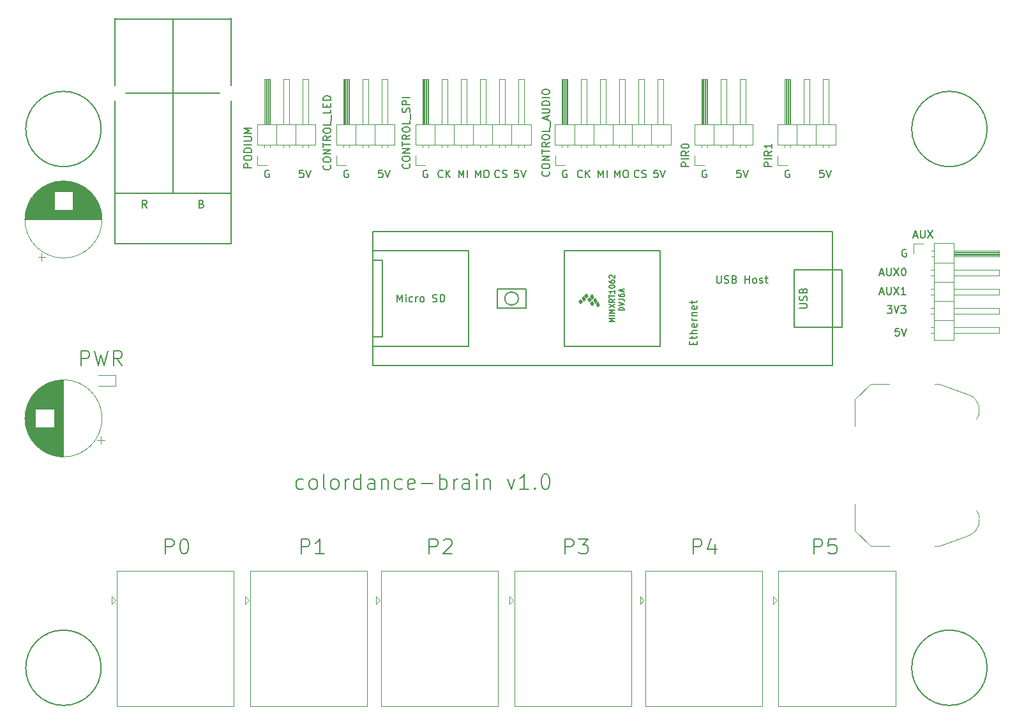
<source format=gbr>
%TF.GenerationSoftware,KiCad,Pcbnew,5.1.10-88a1d61d58~88~ubuntu20.04.1*%
%TF.CreationDate,2021-05-20T14:16:26-06:00*%
%TF.ProjectId,colordance-brain,636f6c6f-7264-4616-9e63-652d62726169,rev?*%
%TF.SameCoordinates,Original*%
%TF.FileFunction,Legend,Top*%
%TF.FilePolarity,Positive*%
%FSLAX46Y46*%
G04 Gerber Fmt 4.6, Leading zero omitted, Abs format (unit mm)*
G04 Created by KiCad (PCBNEW 5.1.10-88a1d61d58~88~ubuntu20.04.1) date 2021-05-20 14:16:26*
%MOMM*%
%LPD*%
G01*
G04 APERTURE LIST*
%ADD10C,0.150000*%
%ADD11C,0.200000*%
%ADD12C,0.100000*%
%ADD13C,0.120000*%
G04 APERTURE END LIST*
D10*
X130261904Y-75952380D02*
X130880952Y-75952380D01*
X130547619Y-76333333D01*
X130690476Y-76333333D01*
X130785714Y-76380952D01*
X130833333Y-76428571D01*
X130880952Y-76523809D01*
X130880952Y-76761904D01*
X130833333Y-76857142D01*
X130785714Y-76904761D01*
X130690476Y-76952380D01*
X130404761Y-76952380D01*
X130309523Y-76904761D01*
X130261904Y-76857142D01*
X131166666Y-75952380D02*
X131500000Y-76952380D01*
X131833333Y-75952380D01*
X132071428Y-75952380D02*
X132690476Y-75952380D01*
X132357142Y-76333333D01*
X132500000Y-76333333D01*
X132595238Y-76380952D01*
X132642857Y-76428571D01*
X132690476Y-76523809D01*
X132690476Y-76761904D01*
X132642857Y-76857142D01*
X132595238Y-76904761D01*
X132500000Y-76952380D01*
X132214285Y-76952380D01*
X132119047Y-76904761D01*
X132071428Y-76857142D01*
X129285714Y-74166666D02*
X129761904Y-74166666D01*
X129190476Y-74452380D02*
X129523809Y-73452380D01*
X129857142Y-74452380D01*
X130190476Y-73452380D02*
X130190476Y-74261904D01*
X130238095Y-74357142D01*
X130285714Y-74404761D01*
X130380952Y-74452380D01*
X130571428Y-74452380D01*
X130666666Y-74404761D01*
X130714285Y-74357142D01*
X130761904Y-74261904D01*
X130761904Y-73452380D01*
X131142857Y-73452380D02*
X131809523Y-74452380D01*
X131809523Y-73452380D02*
X131142857Y-74452380D01*
X132714285Y-74452380D02*
X132142857Y-74452380D01*
X132428571Y-74452380D02*
X132428571Y-73452380D01*
X132333333Y-73595238D01*
X132238095Y-73690476D01*
X132142857Y-73738095D01*
X129285714Y-71666666D02*
X129761904Y-71666666D01*
X129190476Y-71952380D02*
X129523809Y-70952380D01*
X129857142Y-71952380D01*
X130190476Y-70952380D02*
X130190476Y-71761904D01*
X130238095Y-71857142D01*
X130285714Y-71904761D01*
X130380952Y-71952380D01*
X130571428Y-71952380D01*
X130666666Y-71904761D01*
X130714285Y-71857142D01*
X130761904Y-71761904D01*
X130761904Y-70952380D01*
X131142857Y-70952380D02*
X131809523Y-71952380D01*
X131809523Y-70952380D02*
X131142857Y-71952380D01*
X132380952Y-70952380D02*
X132476190Y-70952380D01*
X132571428Y-71000000D01*
X132619047Y-71047619D01*
X132666666Y-71142857D01*
X132714285Y-71333333D01*
X132714285Y-71571428D01*
X132666666Y-71761904D01*
X132619047Y-71857142D01*
X132571428Y-71904761D01*
X132476190Y-71952380D01*
X132380952Y-71952380D01*
X132285714Y-71904761D01*
X132238095Y-71857142D01*
X132190476Y-71761904D01*
X132142857Y-71571428D01*
X132142857Y-71333333D01*
X132190476Y-71142857D01*
X132238095Y-71047619D01*
X132285714Y-71000000D01*
X132380952Y-70952380D01*
X132761904Y-68500000D02*
X132666666Y-68452380D01*
X132523809Y-68452380D01*
X132380952Y-68500000D01*
X132285714Y-68595238D01*
X132238095Y-68690476D01*
X132190476Y-68880952D01*
X132190476Y-69023809D01*
X132238095Y-69214285D01*
X132285714Y-69309523D01*
X132380952Y-69404761D01*
X132523809Y-69452380D01*
X132619047Y-69452380D01*
X132761904Y-69404761D01*
X132809523Y-69357142D01*
X132809523Y-69023809D01*
X132619047Y-69023809D01*
X131809523Y-78952380D02*
X131333333Y-78952380D01*
X131285714Y-79428571D01*
X131333333Y-79380952D01*
X131428571Y-79333333D01*
X131666666Y-79333333D01*
X131761904Y-79380952D01*
X131809523Y-79428571D01*
X131857142Y-79523809D01*
X131857142Y-79761904D01*
X131809523Y-79857142D01*
X131761904Y-79904761D01*
X131666666Y-79952380D01*
X131428571Y-79952380D01*
X131333333Y-79904761D01*
X131285714Y-79857142D01*
X132142857Y-78952380D02*
X132476190Y-79952380D01*
X132809523Y-78952380D01*
X121809523Y-57952380D02*
X121333333Y-57952380D01*
X121285714Y-58428571D01*
X121333333Y-58380952D01*
X121428571Y-58333333D01*
X121666666Y-58333333D01*
X121761904Y-58380952D01*
X121809523Y-58428571D01*
X121857142Y-58523809D01*
X121857142Y-58761904D01*
X121809523Y-58857142D01*
X121761904Y-58904761D01*
X121666666Y-58952380D01*
X121428571Y-58952380D01*
X121333333Y-58904761D01*
X121285714Y-58857142D01*
X122142857Y-57952380D02*
X122476190Y-58952380D01*
X122809523Y-57952380D01*
X110809523Y-57952380D02*
X110333333Y-57952380D01*
X110285714Y-58428571D01*
X110333333Y-58380952D01*
X110428571Y-58333333D01*
X110666666Y-58333333D01*
X110761904Y-58380952D01*
X110809523Y-58428571D01*
X110857142Y-58523809D01*
X110857142Y-58761904D01*
X110809523Y-58857142D01*
X110761904Y-58904761D01*
X110666666Y-58952380D01*
X110428571Y-58952380D01*
X110333333Y-58904761D01*
X110285714Y-58857142D01*
X111142857Y-57952380D02*
X111476190Y-58952380D01*
X111809523Y-57952380D01*
X117261904Y-58000000D02*
X117166666Y-57952380D01*
X117023809Y-57952380D01*
X116880952Y-58000000D01*
X116785714Y-58095238D01*
X116738095Y-58190476D01*
X116690476Y-58380952D01*
X116690476Y-58523809D01*
X116738095Y-58714285D01*
X116785714Y-58809523D01*
X116880952Y-58904761D01*
X117023809Y-58952380D01*
X117119047Y-58952380D01*
X117261904Y-58904761D01*
X117309523Y-58857142D01*
X117309523Y-58523809D01*
X117119047Y-58523809D01*
X106261904Y-58000000D02*
X106166666Y-57952380D01*
X106023809Y-57952380D01*
X105880952Y-58000000D01*
X105785714Y-58095238D01*
X105738095Y-58190476D01*
X105690476Y-58380952D01*
X105690476Y-58523809D01*
X105738095Y-58714285D01*
X105785714Y-58809523D01*
X105880952Y-58904761D01*
X106023809Y-58952380D01*
X106119047Y-58952380D01*
X106261904Y-58904761D01*
X106309523Y-58857142D01*
X106309523Y-58523809D01*
X106119047Y-58523809D01*
X99809523Y-57952380D02*
X99333333Y-57952380D01*
X99285714Y-58428571D01*
X99333333Y-58380952D01*
X99428571Y-58333333D01*
X99666666Y-58333333D01*
X99761904Y-58380952D01*
X99809523Y-58428571D01*
X99857142Y-58523809D01*
X99857142Y-58761904D01*
X99809523Y-58857142D01*
X99761904Y-58904761D01*
X99666666Y-58952380D01*
X99428571Y-58952380D01*
X99333333Y-58904761D01*
X99285714Y-58857142D01*
X100142857Y-57952380D02*
X100476190Y-58952380D01*
X100809523Y-57952380D01*
X97333333Y-58857142D02*
X97285714Y-58904761D01*
X97142857Y-58952380D01*
X97047619Y-58952380D01*
X96904761Y-58904761D01*
X96809523Y-58809523D01*
X96761904Y-58714285D01*
X96714285Y-58523809D01*
X96714285Y-58380952D01*
X96761904Y-58190476D01*
X96809523Y-58095238D01*
X96904761Y-58000000D01*
X97047619Y-57952380D01*
X97142857Y-57952380D01*
X97285714Y-58000000D01*
X97333333Y-58047619D01*
X97714285Y-58904761D02*
X97857142Y-58952380D01*
X98095238Y-58952380D01*
X98190476Y-58904761D01*
X98238095Y-58857142D01*
X98285714Y-58761904D01*
X98285714Y-58666666D01*
X98238095Y-58571428D01*
X98190476Y-58523809D01*
X98095238Y-58476190D01*
X97904761Y-58428571D01*
X97809523Y-58380952D01*
X97761904Y-58333333D01*
X97714285Y-58238095D01*
X97714285Y-58142857D01*
X97761904Y-58047619D01*
X97809523Y-58000000D01*
X97904761Y-57952380D01*
X98142857Y-57952380D01*
X98285714Y-58000000D01*
X91928571Y-58952380D02*
X91928571Y-57952380D01*
X92261904Y-58666666D01*
X92595238Y-57952380D01*
X92595238Y-58952380D01*
X93071428Y-58952380D02*
X93071428Y-57952380D01*
X89809523Y-58857142D02*
X89761904Y-58904761D01*
X89619047Y-58952380D01*
X89523809Y-58952380D01*
X89380952Y-58904761D01*
X89285714Y-58809523D01*
X89238095Y-58714285D01*
X89190476Y-58523809D01*
X89190476Y-58380952D01*
X89238095Y-58190476D01*
X89285714Y-58095238D01*
X89380952Y-58000000D01*
X89523809Y-57952380D01*
X89619047Y-57952380D01*
X89761904Y-58000000D01*
X89809523Y-58047619D01*
X90238095Y-58952380D02*
X90238095Y-57952380D01*
X90809523Y-58952380D02*
X90380952Y-58380952D01*
X90809523Y-57952380D02*
X90238095Y-58523809D01*
X94142857Y-58952380D02*
X94142857Y-57952380D01*
X94476190Y-58666666D01*
X94809523Y-57952380D01*
X94809523Y-58952380D01*
X95476190Y-57952380D02*
X95666666Y-57952380D01*
X95761904Y-58000000D01*
X95857142Y-58095238D01*
X95904761Y-58285714D01*
X95904761Y-58619047D01*
X95857142Y-58809523D01*
X95761904Y-58904761D01*
X95666666Y-58952380D01*
X95476190Y-58952380D01*
X95380952Y-58904761D01*
X95285714Y-58809523D01*
X95238095Y-58619047D01*
X95238095Y-58285714D01*
X95285714Y-58095238D01*
X95380952Y-58000000D01*
X95476190Y-57952380D01*
X87761904Y-58000000D02*
X87666666Y-57952380D01*
X87523809Y-57952380D01*
X87380952Y-58000000D01*
X87285714Y-58095238D01*
X87238095Y-58190476D01*
X87190476Y-58380952D01*
X87190476Y-58523809D01*
X87238095Y-58714285D01*
X87285714Y-58809523D01*
X87380952Y-58904761D01*
X87523809Y-58952380D01*
X87619047Y-58952380D01*
X87761904Y-58904761D01*
X87809523Y-58857142D01*
X87809523Y-58523809D01*
X87619047Y-58523809D01*
X78833333Y-58857142D02*
X78785714Y-58904761D01*
X78642857Y-58952380D01*
X78547619Y-58952380D01*
X78404761Y-58904761D01*
X78309523Y-58809523D01*
X78261904Y-58714285D01*
X78214285Y-58523809D01*
X78214285Y-58380952D01*
X78261904Y-58190476D01*
X78309523Y-58095238D01*
X78404761Y-58000000D01*
X78547619Y-57952380D01*
X78642857Y-57952380D01*
X78785714Y-58000000D01*
X78833333Y-58047619D01*
X79214285Y-58904761D02*
X79357142Y-58952380D01*
X79595238Y-58952380D01*
X79690476Y-58904761D01*
X79738095Y-58857142D01*
X79785714Y-58761904D01*
X79785714Y-58666666D01*
X79738095Y-58571428D01*
X79690476Y-58523809D01*
X79595238Y-58476190D01*
X79404761Y-58428571D01*
X79309523Y-58380952D01*
X79261904Y-58333333D01*
X79214285Y-58238095D01*
X79214285Y-58142857D01*
X79261904Y-58047619D01*
X79309523Y-58000000D01*
X79404761Y-57952380D01*
X79642857Y-57952380D01*
X79785714Y-58000000D01*
X75642857Y-58952380D02*
X75642857Y-57952380D01*
X75976190Y-58666666D01*
X76309523Y-57952380D01*
X76309523Y-58952380D01*
X76976190Y-57952380D02*
X77166666Y-57952380D01*
X77261904Y-58000000D01*
X77357142Y-58095238D01*
X77404761Y-58285714D01*
X77404761Y-58619047D01*
X77357142Y-58809523D01*
X77261904Y-58904761D01*
X77166666Y-58952380D01*
X76976190Y-58952380D01*
X76880952Y-58904761D01*
X76785714Y-58809523D01*
X76738095Y-58619047D01*
X76738095Y-58285714D01*
X76785714Y-58095238D01*
X76880952Y-58000000D01*
X76976190Y-57952380D01*
X73428571Y-58952380D02*
X73428571Y-57952380D01*
X73761904Y-58666666D01*
X74095238Y-57952380D01*
X74095238Y-58952380D01*
X74571428Y-58952380D02*
X74571428Y-57952380D01*
X71309523Y-58857142D02*
X71261904Y-58904761D01*
X71119047Y-58952380D01*
X71023809Y-58952380D01*
X70880952Y-58904761D01*
X70785714Y-58809523D01*
X70738095Y-58714285D01*
X70690476Y-58523809D01*
X70690476Y-58380952D01*
X70738095Y-58190476D01*
X70785714Y-58095238D01*
X70880952Y-58000000D01*
X71023809Y-57952380D01*
X71119047Y-57952380D01*
X71261904Y-58000000D01*
X71309523Y-58047619D01*
X71738095Y-58952380D02*
X71738095Y-57952380D01*
X72309523Y-58952380D02*
X71880952Y-58380952D01*
X72309523Y-57952380D02*
X71738095Y-58523809D01*
X81309523Y-57952380D02*
X80833333Y-57952380D01*
X80785714Y-58428571D01*
X80833333Y-58380952D01*
X80928571Y-58333333D01*
X81166666Y-58333333D01*
X81261904Y-58380952D01*
X81309523Y-58428571D01*
X81357142Y-58523809D01*
X81357142Y-58761904D01*
X81309523Y-58857142D01*
X81261904Y-58904761D01*
X81166666Y-58952380D01*
X80928571Y-58952380D01*
X80833333Y-58904761D01*
X80785714Y-58857142D01*
X81642857Y-57952380D02*
X81976190Y-58952380D01*
X82309523Y-57952380D01*
X69261904Y-58000000D02*
X69166666Y-57952380D01*
X69023809Y-57952380D01*
X68880952Y-58000000D01*
X68785714Y-58095238D01*
X68738095Y-58190476D01*
X68690476Y-58380952D01*
X68690476Y-58523809D01*
X68738095Y-58714285D01*
X68785714Y-58809523D01*
X68880952Y-58904761D01*
X69023809Y-58952380D01*
X69119047Y-58952380D01*
X69261904Y-58904761D01*
X69309523Y-58857142D01*
X69309523Y-58523809D01*
X69119047Y-58523809D01*
X63309523Y-57952380D02*
X62833333Y-57952380D01*
X62785714Y-58428571D01*
X62833333Y-58380952D01*
X62928571Y-58333333D01*
X63166666Y-58333333D01*
X63261904Y-58380952D01*
X63309523Y-58428571D01*
X63357142Y-58523809D01*
X63357142Y-58761904D01*
X63309523Y-58857142D01*
X63261904Y-58904761D01*
X63166666Y-58952380D01*
X62928571Y-58952380D01*
X62833333Y-58904761D01*
X62785714Y-58857142D01*
X63642857Y-57952380D02*
X63976190Y-58952380D01*
X64309523Y-57952380D01*
X58761904Y-58000000D02*
X58666666Y-57952380D01*
X58523809Y-57952380D01*
X58380952Y-58000000D01*
X58285714Y-58095238D01*
X58238095Y-58190476D01*
X58190476Y-58380952D01*
X58190476Y-58523809D01*
X58238095Y-58714285D01*
X58285714Y-58809523D01*
X58380952Y-58904761D01*
X58523809Y-58952380D01*
X58619047Y-58952380D01*
X58761904Y-58904761D01*
X58809523Y-58857142D01*
X58809523Y-58523809D01*
X58619047Y-58523809D01*
X52809523Y-57952380D02*
X52333333Y-57952380D01*
X52285714Y-58428571D01*
X52333333Y-58380952D01*
X52428571Y-58333333D01*
X52666666Y-58333333D01*
X52761904Y-58380952D01*
X52809523Y-58428571D01*
X52857142Y-58523809D01*
X52857142Y-58761904D01*
X52809523Y-58857142D01*
X52761904Y-58904761D01*
X52666666Y-58952380D01*
X52428571Y-58952380D01*
X52333333Y-58904761D01*
X52285714Y-58857142D01*
X53142857Y-57952380D02*
X53476190Y-58952380D01*
X53809523Y-57952380D01*
X48261904Y-58000000D02*
X48166666Y-57952380D01*
X48023809Y-57952380D01*
X47880952Y-58000000D01*
X47785714Y-58095238D01*
X47738095Y-58190476D01*
X47690476Y-58380952D01*
X47690476Y-58523809D01*
X47738095Y-58714285D01*
X47785714Y-58809523D01*
X47880952Y-58904761D01*
X48023809Y-58952380D01*
X48119047Y-58952380D01*
X48261904Y-58904761D01*
X48309523Y-58857142D01*
X48309523Y-58523809D01*
X48119047Y-58523809D01*
X133761904Y-66666666D02*
X134238095Y-66666666D01*
X133666666Y-66952380D02*
X134000000Y-65952380D01*
X134333333Y-66952380D01*
X134666666Y-65952380D02*
X134666666Y-66761904D01*
X134714285Y-66857142D01*
X134761904Y-66904761D01*
X134857142Y-66952380D01*
X135047619Y-66952380D01*
X135142857Y-66904761D01*
X135190476Y-66857142D01*
X135238095Y-66761904D01*
X135238095Y-65952380D01*
X135619047Y-65952380D02*
X136285714Y-66952380D01*
X136285714Y-65952380D02*
X135619047Y-66952380D01*
X114952380Y-57476190D02*
X113952380Y-57476190D01*
X113952380Y-57095238D01*
X114000000Y-57000000D01*
X114047619Y-56952380D01*
X114142857Y-56904761D01*
X114285714Y-56904761D01*
X114380952Y-56952380D01*
X114428571Y-57000000D01*
X114476190Y-57095238D01*
X114476190Y-57476190D01*
X114952380Y-56476190D02*
X113952380Y-56476190D01*
X114952380Y-55428571D02*
X114476190Y-55761904D01*
X114952380Y-56000000D02*
X113952380Y-56000000D01*
X113952380Y-55619047D01*
X114000000Y-55523809D01*
X114047619Y-55476190D01*
X114142857Y-55428571D01*
X114285714Y-55428571D01*
X114380952Y-55476190D01*
X114428571Y-55523809D01*
X114476190Y-55619047D01*
X114476190Y-56000000D01*
X114952380Y-54476190D02*
X114952380Y-55047619D01*
X114952380Y-54761904D02*
X113952380Y-54761904D01*
X114095238Y-54857142D01*
X114190476Y-54952380D01*
X114238095Y-55047619D01*
X103952380Y-57476190D02*
X102952380Y-57476190D01*
X102952380Y-57095238D01*
X103000000Y-57000000D01*
X103047619Y-56952380D01*
X103142857Y-56904761D01*
X103285714Y-56904761D01*
X103380952Y-56952380D01*
X103428571Y-57000000D01*
X103476190Y-57095238D01*
X103476190Y-57476190D01*
X103952380Y-56476190D02*
X102952380Y-56476190D01*
X103952380Y-55428571D02*
X103476190Y-55761904D01*
X103952380Y-56000000D02*
X102952380Y-56000000D01*
X102952380Y-55619047D01*
X103000000Y-55523809D01*
X103047619Y-55476190D01*
X103142857Y-55428571D01*
X103285714Y-55428571D01*
X103380952Y-55476190D01*
X103428571Y-55523809D01*
X103476190Y-55619047D01*
X103476190Y-56000000D01*
X102952380Y-54809523D02*
X102952380Y-54714285D01*
X103000000Y-54619047D01*
X103047619Y-54571428D01*
X103142857Y-54523809D01*
X103333333Y-54476190D01*
X103571428Y-54476190D01*
X103761904Y-54523809D01*
X103857142Y-54571428D01*
X103904761Y-54619047D01*
X103952380Y-54714285D01*
X103952380Y-54809523D01*
X103904761Y-54904761D01*
X103857142Y-54952380D01*
X103761904Y-55000000D01*
X103571428Y-55047619D01*
X103333333Y-55047619D01*
X103142857Y-55000000D01*
X103047619Y-54952380D01*
X103000000Y-54904761D01*
X102952380Y-54809523D01*
X85357142Y-58142857D02*
X85404761Y-58190476D01*
X85452380Y-58333333D01*
X85452380Y-58428571D01*
X85404761Y-58571428D01*
X85309523Y-58666666D01*
X85214285Y-58714285D01*
X85023809Y-58761904D01*
X84880952Y-58761904D01*
X84690476Y-58714285D01*
X84595238Y-58666666D01*
X84500000Y-58571428D01*
X84452380Y-58428571D01*
X84452380Y-58333333D01*
X84500000Y-58190476D01*
X84547619Y-58142857D01*
X84452380Y-57523809D02*
X84452380Y-57333333D01*
X84500000Y-57238095D01*
X84595238Y-57142857D01*
X84785714Y-57095238D01*
X85119047Y-57095238D01*
X85309523Y-57142857D01*
X85404761Y-57238095D01*
X85452380Y-57333333D01*
X85452380Y-57523809D01*
X85404761Y-57619047D01*
X85309523Y-57714285D01*
X85119047Y-57761904D01*
X84785714Y-57761904D01*
X84595238Y-57714285D01*
X84500000Y-57619047D01*
X84452380Y-57523809D01*
X85452380Y-56666666D02*
X84452380Y-56666666D01*
X85452380Y-56095238D01*
X84452380Y-56095238D01*
X84452380Y-55761904D02*
X84452380Y-55190476D01*
X85452380Y-55476190D02*
X84452380Y-55476190D01*
X85452380Y-54285714D02*
X84976190Y-54619047D01*
X85452380Y-54857142D02*
X84452380Y-54857142D01*
X84452380Y-54476190D01*
X84500000Y-54380952D01*
X84547619Y-54333333D01*
X84642857Y-54285714D01*
X84785714Y-54285714D01*
X84880952Y-54333333D01*
X84928571Y-54380952D01*
X84976190Y-54476190D01*
X84976190Y-54857142D01*
X84452380Y-53666666D02*
X84452380Y-53476190D01*
X84500000Y-53380952D01*
X84595238Y-53285714D01*
X84785714Y-53238095D01*
X85119047Y-53238095D01*
X85309523Y-53285714D01*
X85404761Y-53380952D01*
X85452380Y-53476190D01*
X85452380Y-53666666D01*
X85404761Y-53761904D01*
X85309523Y-53857142D01*
X85119047Y-53904761D01*
X84785714Y-53904761D01*
X84595238Y-53857142D01*
X84500000Y-53761904D01*
X84452380Y-53666666D01*
X85452380Y-52333333D02*
X85452380Y-52809523D01*
X84452380Y-52809523D01*
X85547619Y-52238095D02*
X85547619Y-51476190D01*
X85166666Y-51285714D02*
X85166666Y-50809523D01*
X85452380Y-51380952D02*
X84452380Y-51047619D01*
X85452380Y-50714285D01*
X84452380Y-50380952D02*
X85261904Y-50380952D01*
X85357142Y-50333333D01*
X85404761Y-50285714D01*
X85452380Y-50190476D01*
X85452380Y-50000000D01*
X85404761Y-49904761D01*
X85357142Y-49857142D01*
X85261904Y-49809523D01*
X84452380Y-49809523D01*
X85452380Y-49333333D02*
X84452380Y-49333333D01*
X84452380Y-49095238D01*
X84500000Y-48952380D01*
X84595238Y-48857142D01*
X84690476Y-48809523D01*
X84880952Y-48761904D01*
X85023809Y-48761904D01*
X85214285Y-48809523D01*
X85309523Y-48857142D01*
X85404761Y-48952380D01*
X85452380Y-49095238D01*
X85452380Y-49333333D01*
X85452380Y-48333333D02*
X84452380Y-48333333D01*
X84452380Y-47666666D02*
X84452380Y-47476190D01*
X84500000Y-47380952D01*
X84595238Y-47285714D01*
X84785714Y-47238095D01*
X85119047Y-47238095D01*
X85309523Y-47285714D01*
X85404761Y-47380952D01*
X85452380Y-47476190D01*
X85452380Y-47666666D01*
X85404761Y-47761904D01*
X85309523Y-47857142D01*
X85119047Y-47904761D01*
X84785714Y-47904761D01*
X84595238Y-47857142D01*
X84500000Y-47761904D01*
X84452380Y-47666666D01*
X66857142Y-57142857D02*
X66904761Y-57190476D01*
X66952380Y-57333333D01*
X66952380Y-57428571D01*
X66904761Y-57571428D01*
X66809523Y-57666666D01*
X66714285Y-57714285D01*
X66523809Y-57761904D01*
X66380952Y-57761904D01*
X66190476Y-57714285D01*
X66095238Y-57666666D01*
X66000000Y-57571428D01*
X65952380Y-57428571D01*
X65952380Y-57333333D01*
X66000000Y-57190476D01*
X66047619Y-57142857D01*
X65952380Y-56523809D02*
X65952380Y-56333333D01*
X66000000Y-56238095D01*
X66095238Y-56142857D01*
X66285714Y-56095238D01*
X66619047Y-56095238D01*
X66809523Y-56142857D01*
X66904761Y-56238095D01*
X66952380Y-56333333D01*
X66952380Y-56523809D01*
X66904761Y-56619047D01*
X66809523Y-56714285D01*
X66619047Y-56761904D01*
X66285714Y-56761904D01*
X66095238Y-56714285D01*
X66000000Y-56619047D01*
X65952380Y-56523809D01*
X66952380Y-55666666D02*
X65952380Y-55666666D01*
X66952380Y-55095238D01*
X65952380Y-55095238D01*
X65952380Y-54761904D02*
X65952380Y-54190476D01*
X66952380Y-54476190D02*
X65952380Y-54476190D01*
X66952380Y-53285714D02*
X66476190Y-53619047D01*
X66952380Y-53857142D02*
X65952380Y-53857142D01*
X65952380Y-53476190D01*
X66000000Y-53380952D01*
X66047619Y-53333333D01*
X66142857Y-53285714D01*
X66285714Y-53285714D01*
X66380952Y-53333333D01*
X66428571Y-53380952D01*
X66476190Y-53476190D01*
X66476190Y-53857142D01*
X65952380Y-52666666D02*
X65952380Y-52476190D01*
X66000000Y-52380952D01*
X66095238Y-52285714D01*
X66285714Y-52238095D01*
X66619047Y-52238095D01*
X66809523Y-52285714D01*
X66904761Y-52380952D01*
X66952380Y-52476190D01*
X66952380Y-52666666D01*
X66904761Y-52761904D01*
X66809523Y-52857142D01*
X66619047Y-52904761D01*
X66285714Y-52904761D01*
X66095238Y-52857142D01*
X66000000Y-52761904D01*
X65952380Y-52666666D01*
X66952380Y-51333333D02*
X66952380Y-51809523D01*
X65952380Y-51809523D01*
X67047619Y-51238095D02*
X67047619Y-50476190D01*
X66904761Y-50285714D02*
X66952380Y-50142857D01*
X66952380Y-49904761D01*
X66904761Y-49809523D01*
X66857142Y-49761904D01*
X66761904Y-49714285D01*
X66666666Y-49714285D01*
X66571428Y-49761904D01*
X66523809Y-49809523D01*
X66476190Y-49904761D01*
X66428571Y-50095238D01*
X66380952Y-50190476D01*
X66333333Y-50238095D01*
X66238095Y-50285714D01*
X66142857Y-50285714D01*
X66047619Y-50238095D01*
X66000000Y-50190476D01*
X65952380Y-50095238D01*
X65952380Y-49857142D01*
X66000000Y-49714285D01*
X66952380Y-49285714D02*
X65952380Y-49285714D01*
X65952380Y-48904761D01*
X66000000Y-48809523D01*
X66047619Y-48761904D01*
X66142857Y-48714285D01*
X66285714Y-48714285D01*
X66380952Y-48761904D01*
X66428571Y-48809523D01*
X66476190Y-48904761D01*
X66476190Y-49285714D01*
X66952380Y-48285714D02*
X65952380Y-48285714D01*
X56357142Y-57285714D02*
X56404761Y-57333333D01*
X56452380Y-57476190D01*
X56452380Y-57571428D01*
X56404761Y-57714285D01*
X56309523Y-57809523D01*
X56214285Y-57857142D01*
X56023809Y-57904761D01*
X55880952Y-57904761D01*
X55690476Y-57857142D01*
X55595238Y-57809523D01*
X55500000Y-57714285D01*
X55452380Y-57571428D01*
X55452380Y-57476190D01*
X55500000Y-57333333D01*
X55547619Y-57285714D01*
X55452380Y-56666666D02*
X55452380Y-56476190D01*
X55500000Y-56380952D01*
X55595238Y-56285714D01*
X55785714Y-56238095D01*
X56119047Y-56238095D01*
X56309523Y-56285714D01*
X56404761Y-56380952D01*
X56452380Y-56476190D01*
X56452380Y-56666666D01*
X56404761Y-56761904D01*
X56309523Y-56857142D01*
X56119047Y-56904761D01*
X55785714Y-56904761D01*
X55595238Y-56857142D01*
X55500000Y-56761904D01*
X55452380Y-56666666D01*
X56452380Y-55809523D02*
X55452380Y-55809523D01*
X56452380Y-55238095D01*
X55452380Y-55238095D01*
X55452380Y-54904761D02*
X55452380Y-54333333D01*
X56452380Y-54619047D02*
X55452380Y-54619047D01*
X56452380Y-53428571D02*
X55976190Y-53761904D01*
X56452380Y-54000000D02*
X55452380Y-54000000D01*
X55452380Y-53619047D01*
X55500000Y-53523809D01*
X55547619Y-53476190D01*
X55642857Y-53428571D01*
X55785714Y-53428571D01*
X55880952Y-53476190D01*
X55928571Y-53523809D01*
X55976190Y-53619047D01*
X55976190Y-54000000D01*
X55452380Y-52809523D02*
X55452380Y-52619047D01*
X55500000Y-52523809D01*
X55595238Y-52428571D01*
X55785714Y-52380952D01*
X56119047Y-52380952D01*
X56309523Y-52428571D01*
X56404761Y-52523809D01*
X56452380Y-52619047D01*
X56452380Y-52809523D01*
X56404761Y-52904761D01*
X56309523Y-53000000D01*
X56119047Y-53047619D01*
X55785714Y-53047619D01*
X55595238Y-53000000D01*
X55500000Y-52904761D01*
X55452380Y-52809523D01*
X56452380Y-51476190D02*
X56452380Y-51952380D01*
X55452380Y-51952380D01*
X56547619Y-51380952D02*
X56547619Y-50619047D01*
X56452380Y-49904761D02*
X56452380Y-50380952D01*
X55452380Y-50380952D01*
X55928571Y-49571428D02*
X55928571Y-49238095D01*
X56452380Y-49095238D02*
X56452380Y-49571428D01*
X55452380Y-49571428D01*
X55452380Y-49095238D01*
X56452380Y-48666666D02*
X55452380Y-48666666D01*
X55452380Y-48428571D01*
X55500000Y-48285714D01*
X55595238Y-48190476D01*
X55690476Y-48142857D01*
X55880952Y-48095238D01*
X56023809Y-48095238D01*
X56214285Y-48142857D01*
X56309523Y-48190476D01*
X56404761Y-48285714D01*
X56452380Y-48428571D01*
X56452380Y-48666666D01*
X45952380Y-57619047D02*
X44952380Y-57619047D01*
X44952380Y-57238095D01*
X45000000Y-57142857D01*
X45047619Y-57095238D01*
X45142857Y-57047619D01*
X45285714Y-57047619D01*
X45380952Y-57095238D01*
X45428571Y-57142857D01*
X45476190Y-57238095D01*
X45476190Y-57619047D01*
X44952380Y-56428571D02*
X44952380Y-56238095D01*
X45000000Y-56142857D01*
X45095238Y-56047619D01*
X45285714Y-56000000D01*
X45619047Y-56000000D01*
X45809523Y-56047619D01*
X45904761Y-56142857D01*
X45952380Y-56238095D01*
X45952380Y-56428571D01*
X45904761Y-56523809D01*
X45809523Y-56619047D01*
X45619047Y-56666666D01*
X45285714Y-56666666D01*
X45095238Y-56619047D01*
X45000000Y-56523809D01*
X44952380Y-56428571D01*
X45952380Y-55571428D02*
X44952380Y-55571428D01*
X44952380Y-55333333D01*
X45000000Y-55190476D01*
X45095238Y-55095238D01*
X45190476Y-55047619D01*
X45380952Y-55000000D01*
X45523809Y-55000000D01*
X45714285Y-55047619D01*
X45809523Y-55095238D01*
X45904761Y-55190476D01*
X45952380Y-55333333D01*
X45952380Y-55571428D01*
X45952380Y-54571428D02*
X44952380Y-54571428D01*
X44952380Y-54095238D02*
X45761904Y-54095238D01*
X45857142Y-54047619D01*
X45904761Y-54000000D01*
X45952380Y-53904761D01*
X45952380Y-53714285D01*
X45904761Y-53619047D01*
X45857142Y-53571428D01*
X45761904Y-53523809D01*
X44952380Y-53523809D01*
X45952380Y-53047619D02*
X44952380Y-53047619D01*
X45666666Y-52714285D01*
X44952380Y-52380952D01*
X45952380Y-52380952D01*
D11*
X23333333Y-83904761D02*
X23333333Y-81904761D01*
X24095238Y-81904761D01*
X24285714Y-82000000D01*
X24380952Y-82095238D01*
X24476190Y-82285714D01*
X24476190Y-82571428D01*
X24380952Y-82761904D01*
X24285714Y-82857142D01*
X24095238Y-82952380D01*
X23333333Y-82952380D01*
X25142857Y-81904761D02*
X25619047Y-83904761D01*
X26000000Y-82476190D01*
X26380952Y-83904761D01*
X26857142Y-81904761D01*
X28761904Y-83904761D02*
X28095238Y-82952380D01*
X27619047Y-83904761D02*
X27619047Y-81904761D01*
X28380952Y-81904761D01*
X28571428Y-82000000D01*
X28666666Y-82095238D01*
X28761904Y-82285714D01*
X28761904Y-82571428D01*
X28666666Y-82761904D01*
X28571428Y-82857142D01*
X28380952Y-82952380D01*
X27619047Y-82952380D01*
X120523809Y-108904761D02*
X120523809Y-106904761D01*
X121285714Y-106904761D01*
X121476190Y-107000000D01*
X121571428Y-107095238D01*
X121666666Y-107285714D01*
X121666666Y-107571428D01*
X121571428Y-107761904D01*
X121476190Y-107857142D01*
X121285714Y-107952380D01*
X120523809Y-107952380D01*
X123476190Y-106904761D02*
X122523809Y-106904761D01*
X122428571Y-107857142D01*
X122523809Y-107761904D01*
X122714285Y-107666666D01*
X123190476Y-107666666D01*
X123380952Y-107761904D01*
X123476190Y-107857142D01*
X123571428Y-108047619D01*
X123571428Y-108523809D01*
X123476190Y-108714285D01*
X123380952Y-108809523D01*
X123190476Y-108904761D01*
X122714285Y-108904761D01*
X122523809Y-108809523D01*
X122428571Y-108714285D01*
X104523809Y-108904761D02*
X104523809Y-106904761D01*
X105285714Y-106904761D01*
X105476190Y-107000000D01*
X105571428Y-107095238D01*
X105666666Y-107285714D01*
X105666666Y-107571428D01*
X105571428Y-107761904D01*
X105476190Y-107857142D01*
X105285714Y-107952380D01*
X104523809Y-107952380D01*
X107380952Y-107571428D02*
X107380952Y-108904761D01*
X106904761Y-106809523D02*
X106428571Y-108238095D01*
X107666666Y-108238095D01*
X87523809Y-108904761D02*
X87523809Y-106904761D01*
X88285714Y-106904761D01*
X88476190Y-107000000D01*
X88571428Y-107095238D01*
X88666666Y-107285714D01*
X88666666Y-107571428D01*
X88571428Y-107761904D01*
X88476190Y-107857142D01*
X88285714Y-107952380D01*
X87523809Y-107952380D01*
X89333333Y-106904761D02*
X90571428Y-106904761D01*
X89904761Y-107666666D01*
X90190476Y-107666666D01*
X90380952Y-107761904D01*
X90476190Y-107857142D01*
X90571428Y-108047619D01*
X90571428Y-108523809D01*
X90476190Y-108714285D01*
X90380952Y-108809523D01*
X90190476Y-108904761D01*
X89619047Y-108904761D01*
X89428571Y-108809523D01*
X89333333Y-108714285D01*
X69523809Y-108904761D02*
X69523809Y-106904761D01*
X70285714Y-106904761D01*
X70476190Y-107000000D01*
X70571428Y-107095238D01*
X70666666Y-107285714D01*
X70666666Y-107571428D01*
X70571428Y-107761904D01*
X70476190Y-107857142D01*
X70285714Y-107952380D01*
X69523809Y-107952380D01*
X71428571Y-107095238D02*
X71523809Y-107000000D01*
X71714285Y-106904761D01*
X72190476Y-106904761D01*
X72380952Y-107000000D01*
X72476190Y-107095238D01*
X72571428Y-107285714D01*
X72571428Y-107476190D01*
X72476190Y-107761904D01*
X71333333Y-108904761D01*
X72571428Y-108904761D01*
X52523809Y-108904761D02*
X52523809Y-106904761D01*
X53285714Y-106904761D01*
X53476190Y-107000000D01*
X53571428Y-107095238D01*
X53666666Y-107285714D01*
X53666666Y-107571428D01*
X53571428Y-107761904D01*
X53476190Y-107857142D01*
X53285714Y-107952380D01*
X52523809Y-107952380D01*
X55571428Y-108904761D02*
X54428571Y-108904761D01*
X55000000Y-108904761D02*
X55000000Y-106904761D01*
X54809523Y-107190476D01*
X54619047Y-107380952D01*
X54428571Y-107476190D01*
X34523809Y-108904761D02*
X34523809Y-106904761D01*
X35285714Y-106904761D01*
X35476190Y-107000000D01*
X35571428Y-107095238D01*
X35666666Y-107285714D01*
X35666666Y-107571428D01*
X35571428Y-107761904D01*
X35476190Y-107857142D01*
X35285714Y-107952380D01*
X34523809Y-107952380D01*
X36904761Y-106904761D02*
X37095238Y-106904761D01*
X37285714Y-107000000D01*
X37380952Y-107095238D01*
X37476190Y-107285714D01*
X37571428Y-107666666D01*
X37571428Y-108142857D01*
X37476190Y-108523809D01*
X37380952Y-108714285D01*
X37285714Y-108809523D01*
X37095238Y-108904761D01*
X36904761Y-108904761D01*
X36714285Y-108809523D01*
X36619047Y-108714285D01*
X36523809Y-108523809D01*
X36428571Y-108142857D01*
X36428571Y-107666666D01*
X36523809Y-107285714D01*
X36619047Y-107095238D01*
X36714285Y-107000000D01*
X36904761Y-106904761D01*
X52842857Y-100209523D02*
X52652380Y-100304761D01*
X52271428Y-100304761D01*
X52080952Y-100209523D01*
X51985714Y-100114285D01*
X51890476Y-99923809D01*
X51890476Y-99352380D01*
X51985714Y-99161904D01*
X52080952Y-99066666D01*
X52271428Y-98971428D01*
X52652380Y-98971428D01*
X52842857Y-99066666D01*
X53985714Y-100304761D02*
X53795238Y-100209523D01*
X53700000Y-100114285D01*
X53604761Y-99923809D01*
X53604761Y-99352380D01*
X53700000Y-99161904D01*
X53795238Y-99066666D01*
X53985714Y-98971428D01*
X54271428Y-98971428D01*
X54461904Y-99066666D01*
X54557142Y-99161904D01*
X54652380Y-99352380D01*
X54652380Y-99923809D01*
X54557142Y-100114285D01*
X54461904Y-100209523D01*
X54271428Y-100304761D01*
X53985714Y-100304761D01*
X55795238Y-100304761D02*
X55604761Y-100209523D01*
X55509523Y-100019047D01*
X55509523Y-98304761D01*
X56842857Y-100304761D02*
X56652380Y-100209523D01*
X56557142Y-100114285D01*
X56461904Y-99923809D01*
X56461904Y-99352380D01*
X56557142Y-99161904D01*
X56652380Y-99066666D01*
X56842857Y-98971428D01*
X57128571Y-98971428D01*
X57319047Y-99066666D01*
X57414285Y-99161904D01*
X57509523Y-99352380D01*
X57509523Y-99923809D01*
X57414285Y-100114285D01*
X57319047Y-100209523D01*
X57128571Y-100304761D01*
X56842857Y-100304761D01*
X58366666Y-100304761D02*
X58366666Y-98971428D01*
X58366666Y-99352380D02*
X58461904Y-99161904D01*
X58557142Y-99066666D01*
X58747619Y-98971428D01*
X58938095Y-98971428D01*
X60461904Y-100304761D02*
X60461904Y-98304761D01*
X60461904Y-100209523D02*
X60271428Y-100304761D01*
X59890476Y-100304761D01*
X59700000Y-100209523D01*
X59604761Y-100114285D01*
X59509523Y-99923809D01*
X59509523Y-99352380D01*
X59604761Y-99161904D01*
X59700000Y-99066666D01*
X59890476Y-98971428D01*
X60271428Y-98971428D01*
X60461904Y-99066666D01*
X62271428Y-100304761D02*
X62271428Y-99257142D01*
X62176190Y-99066666D01*
X61985714Y-98971428D01*
X61604761Y-98971428D01*
X61414285Y-99066666D01*
X62271428Y-100209523D02*
X62080952Y-100304761D01*
X61604761Y-100304761D01*
X61414285Y-100209523D01*
X61319047Y-100019047D01*
X61319047Y-99828571D01*
X61414285Y-99638095D01*
X61604761Y-99542857D01*
X62080952Y-99542857D01*
X62271428Y-99447619D01*
X63223809Y-98971428D02*
X63223809Y-100304761D01*
X63223809Y-99161904D02*
X63319047Y-99066666D01*
X63509523Y-98971428D01*
X63795238Y-98971428D01*
X63985714Y-99066666D01*
X64080952Y-99257142D01*
X64080952Y-100304761D01*
X65890476Y-100209523D02*
X65700000Y-100304761D01*
X65319047Y-100304761D01*
X65128571Y-100209523D01*
X65033333Y-100114285D01*
X64938095Y-99923809D01*
X64938095Y-99352380D01*
X65033333Y-99161904D01*
X65128571Y-99066666D01*
X65319047Y-98971428D01*
X65700000Y-98971428D01*
X65890476Y-99066666D01*
X67509523Y-100209523D02*
X67319047Y-100304761D01*
X66938095Y-100304761D01*
X66747619Y-100209523D01*
X66652380Y-100019047D01*
X66652380Y-99257142D01*
X66747619Y-99066666D01*
X66938095Y-98971428D01*
X67319047Y-98971428D01*
X67509523Y-99066666D01*
X67604761Y-99257142D01*
X67604761Y-99447619D01*
X66652380Y-99638095D01*
X68461904Y-99542857D02*
X69985714Y-99542857D01*
X70938095Y-100304761D02*
X70938095Y-98304761D01*
X70938095Y-99066666D02*
X71128571Y-98971428D01*
X71509523Y-98971428D01*
X71700000Y-99066666D01*
X71795238Y-99161904D01*
X71890476Y-99352380D01*
X71890476Y-99923809D01*
X71795238Y-100114285D01*
X71700000Y-100209523D01*
X71509523Y-100304761D01*
X71128571Y-100304761D01*
X70938095Y-100209523D01*
X72747619Y-100304761D02*
X72747619Y-98971428D01*
X72747619Y-99352380D02*
X72842857Y-99161904D01*
X72938095Y-99066666D01*
X73128571Y-98971428D01*
X73319047Y-98971428D01*
X74842857Y-100304761D02*
X74842857Y-99257142D01*
X74747619Y-99066666D01*
X74557142Y-98971428D01*
X74176190Y-98971428D01*
X73985714Y-99066666D01*
X74842857Y-100209523D02*
X74652380Y-100304761D01*
X74176190Y-100304761D01*
X73985714Y-100209523D01*
X73890476Y-100019047D01*
X73890476Y-99828571D01*
X73985714Y-99638095D01*
X74176190Y-99542857D01*
X74652380Y-99542857D01*
X74842857Y-99447619D01*
X75795238Y-100304761D02*
X75795238Y-98971428D01*
X75795238Y-98304761D02*
X75700000Y-98400000D01*
X75795238Y-98495238D01*
X75890476Y-98400000D01*
X75795238Y-98304761D01*
X75795238Y-98495238D01*
X76747619Y-98971428D02*
X76747619Y-100304761D01*
X76747619Y-99161904D02*
X76842857Y-99066666D01*
X77033333Y-98971428D01*
X77319047Y-98971428D01*
X77509523Y-99066666D01*
X77604761Y-99257142D01*
X77604761Y-100304761D01*
X79890476Y-98971428D02*
X80366666Y-100304761D01*
X80842857Y-98971428D01*
X82652380Y-100304761D02*
X81509523Y-100304761D01*
X82080952Y-100304761D02*
X82080952Y-98304761D01*
X81890476Y-98590476D01*
X81700000Y-98780952D01*
X81509523Y-98876190D01*
X83509523Y-100114285D02*
X83604761Y-100209523D01*
X83509523Y-100304761D01*
X83414285Y-100209523D01*
X83509523Y-100114285D01*
X83509523Y-100304761D01*
X84842857Y-98304761D02*
X85033333Y-98304761D01*
X85223809Y-98400000D01*
X85319047Y-98495238D01*
X85414285Y-98685714D01*
X85509523Y-99066666D01*
X85509523Y-99542857D01*
X85414285Y-99923809D01*
X85319047Y-100114285D01*
X85223809Y-100209523D01*
X85033333Y-100304761D01*
X84842857Y-100304761D01*
X84652380Y-100209523D01*
X84557142Y-100114285D01*
X84461904Y-99923809D01*
X84366666Y-99542857D01*
X84366666Y-99066666D01*
X84461904Y-98685714D01*
X84557142Y-98495238D01*
X84652380Y-98400000D01*
X84842857Y-98304761D01*
D10*
%TO.C,U2*%
X81333026Y-75000000D02*
G75*
G03*
X81333026Y-75000000I-898026J0D01*
G01*
X100120000Y-81350000D02*
X100120000Y-68650000D01*
X87420000Y-81350000D02*
X100120000Y-81350000D01*
X87420000Y-68650000D02*
X87420000Y-81350000D01*
X100120000Y-68650000D02*
X87420000Y-68650000D01*
X82340000Y-76270000D02*
X78530000Y-76270000D01*
X82340000Y-73730000D02*
X82340000Y-76270000D01*
X78530000Y-73730000D02*
X82340000Y-73730000D01*
X78530000Y-76270000D02*
X78530000Y-73730000D01*
X63290000Y-69920000D02*
X62020000Y-69920000D01*
X63290000Y-80080000D02*
X63290000Y-69920000D01*
X62020000Y-80080000D02*
X63290000Y-80080000D01*
X74720000Y-68650000D02*
X62020000Y-68650000D01*
X74720000Y-81350000D02*
X74720000Y-68650000D01*
X62020000Y-81350000D02*
X74720000Y-81350000D01*
X122980000Y-71190000D02*
X124250000Y-71190000D01*
X124250000Y-71190000D02*
X124250000Y-78810000D01*
X124250000Y-78810000D02*
X122980000Y-78810000D01*
X117900000Y-71190000D02*
X117900000Y-78810000D01*
X117900000Y-78810000D02*
X122980000Y-78810000D01*
X117900000Y-71190000D02*
X122980000Y-71190000D01*
X122980000Y-83890000D02*
X62020000Y-83890000D01*
X62020000Y-83890000D02*
X62020000Y-66110000D01*
X62020000Y-66110000D02*
X122980000Y-66110000D01*
X122980000Y-66110000D02*
X122980000Y-83890000D01*
D12*
G36*
X90065000Y-74545000D02*
G01*
X90319000Y-74291000D01*
X90573000Y-74672000D01*
X90319000Y-74926000D01*
X90065000Y-74545000D01*
G37*
X90065000Y-74545000D02*
X90319000Y-74291000D01*
X90573000Y-74672000D01*
X90319000Y-74926000D01*
X90065000Y-74545000D01*
G36*
X90446000Y-75053000D02*
G01*
X90700000Y-74799000D01*
X90954000Y-75180000D01*
X90700000Y-75434000D01*
X90446000Y-75053000D01*
G37*
X90446000Y-75053000D02*
X90700000Y-74799000D01*
X90954000Y-75180000D01*
X90700000Y-75434000D01*
X90446000Y-75053000D01*
G36*
X90827000Y-75561000D02*
G01*
X91081000Y-75307000D01*
X91335000Y-75688000D01*
X91081000Y-75942000D01*
X90827000Y-75561000D01*
G37*
X90827000Y-75561000D02*
X91081000Y-75307000D01*
X91335000Y-75688000D01*
X91081000Y-75942000D01*
X90827000Y-75561000D01*
G36*
X90827000Y-74672000D02*
G01*
X91081000Y-74418000D01*
X91335000Y-74799000D01*
X91081000Y-75053000D01*
X90827000Y-74672000D01*
G37*
X90827000Y-74672000D02*
X91081000Y-74418000D01*
X91335000Y-74799000D01*
X91081000Y-75053000D01*
X90827000Y-74672000D01*
G36*
X91208000Y-75180000D02*
G01*
X91462000Y-74926000D01*
X91716000Y-75307000D01*
X91462000Y-75561000D01*
X91208000Y-75180000D01*
G37*
X91208000Y-75180000D02*
X91462000Y-74926000D01*
X91716000Y-75307000D01*
X91462000Y-75561000D01*
X91208000Y-75180000D01*
G36*
X91589000Y-75688000D02*
G01*
X91843000Y-75434000D01*
X92097000Y-75815000D01*
X91843000Y-76069000D01*
X91589000Y-75688000D01*
G37*
X91589000Y-75688000D02*
X91843000Y-75434000D01*
X92097000Y-75815000D01*
X91843000Y-76069000D01*
X91589000Y-75688000D01*
G36*
X89684000Y-74926000D02*
G01*
X89938000Y-74672000D01*
X90192000Y-75053000D01*
X89938000Y-75307000D01*
X89684000Y-74926000D01*
G37*
X89684000Y-74926000D02*
X89938000Y-74672000D01*
X90192000Y-75053000D01*
X89938000Y-75307000D01*
X89684000Y-74926000D01*
G36*
X89303000Y-75307000D02*
G01*
X89557000Y-75053000D01*
X89811000Y-75434000D01*
X89557000Y-75688000D01*
X89303000Y-75307000D01*
G37*
X89303000Y-75307000D02*
X89557000Y-75053000D01*
X89811000Y-75434000D01*
X89557000Y-75688000D01*
X89303000Y-75307000D01*
D10*
%TO.C,H4*%
X26000000Y-124000000D02*
G75*
G03*
X26000000Y-124000000I-5000000J0D01*
G01*
%TO.C,H3*%
X143500000Y-52500000D02*
G75*
G03*
X143500000Y-52500000I-5000000J0D01*
G01*
%TO.C,H2*%
X143500000Y-124000000D02*
G75*
G03*
X143500000Y-124000000I-5000000J0D01*
G01*
%TO.C,H1*%
X26000000Y-52500000D02*
G75*
G03*
X26000000Y-52500000I-5000000J0D01*
G01*
D13*
%TO.C,J14*%
X80820000Y-111161924D02*
X80820000Y-129121924D01*
X96340000Y-111161924D02*
X80820000Y-111161924D01*
X96340000Y-111161924D02*
X96340000Y-129121924D01*
X80820000Y-129121924D02*
X96340000Y-129121924D01*
X80635000Y-115041924D02*
X80135000Y-114541924D01*
X80135000Y-114541924D02*
X80135000Y-115541924D01*
X80135000Y-115541924D02*
X80635000Y-115041924D01*
%TO.C,J13*%
X63140000Y-111161924D02*
X63140000Y-129121924D01*
X78660000Y-111161924D02*
X63140000Y-111161924D01*
X78660000Y-111161924D02*
X78660000Y-129121924D01*
X63140000Y-129121924D02*
X78660000Y-129121924D01*
X62955000Y-115041924D02*
X62455000Y-114541924D01*
X62455000Y-114541924D02*
X62455000Y-115541924D01*
X62455000Y-115541924D02*
X62955000Y-115041924D01*
%TO.C,J12*%
X98150000Y-111151924D02*
X98150000Y-129111924D01*
X113670000Y-111151924D02*
X98150000Y-111151924D01*
X113670000Y-111151924D02*
X113670000Y-129111924D01*
X98150000Y-129111924D02*
X113670000Y-129111924D01*
X97965000Y-115031924D02*
X97465000Y-114531924D01*
X97465000Y-114531924D02*
X97465000Y-115531924D01*
X97465000Y-115531924D02*
X97965000Y-115031924D01*
%TO.C,J11*%
X115830000Y-111151924D02*
X115830000Y-129111924D01*
X131350000Y-111151924D02*
X115830000Y-111151924D01*
X131350000Y-111151924D02*
X131350000Y-129111924D01*
X115830000Y-129111924D02*
X131350000Y-129111924D01*
X115645000Y-115031924D02*
X115145000Y-114531924D01*
X115145000Y-114531924D02*
X115145000Y-115531924D01*
X115145000Y-115531924D02*
X115645000Y-115031924D01*
%TO.C,J10*%
X28090000Y-111151924D02*
X28090000Y-129111924D01*
X43610000Y-111151924D02*
X28090000Y-111151924D01*
X43610000Y-111151924D02*
X43610000Y-129111924D01*
X28090000Y-129111924D02*
X43610000Y-129111924D01*
X27905000Y-115031924D02*
X27405000Y-114531924D01*
X27405000Y-114531924D02*
X27405000Y-115531924D01*
X27405000Y-115531924D02*
X27905000Y-115031924D01*
%TO.C,J9*%
X45770000Y-111151924D02*
X45770000Y-129111924D01*
X61290000Y-111151924D02*
X45770000Y-111151924D01*
X61290000Y-111151924D02*
X61290000Y-129111924D01*
X45770000Y-129111924D02*
X61290000Y-129111924D01*
X45585000Y-115031924D02*
X45085000Y-114531924D01*
X45085000Y-114531924D02*
X45085000Y-115531924D01*
X45085000Y-115531924D02*
X45585000Y-115031924D01*
%TO.C,J8*%
X133730000Y-67730000D02*
X135000000Y-67730000D01*
X133730000Y-69000000D02*
X133730000Y-67730000D01*
X136042929Y-79540000D02*
X136440000Y-79540000D01*
X136042929Y-78780000D02*
X136440000Y-78780000D01*
X145100000Y-79540000D02*
X139100000Y-79540000D01*
X145100000Y-78780000D02*
X145100000Y-79540000D01*
X139100000Y-78780000D02*
X145100000Y-78780000D01*
X136440000Y-77890000D02*
X139100000Y-77890000D01*
X136042929Y-77000000D02*
X136440000Y-77000000D01*
X136042929Y-76240000D02*
X136440000Y-76240000D01*
X145100000Y-77000000D02*
X139100000Y-77000000D01*
X145100000Y-76240000D02*
X145100000Y-77000000D01*
X139100000Y-76240000D02*
X145100000Y-76240000D01*
X136440000Y-75350000D02*
X139100000Y-75350000D01*
X136042929Y-74460000D02*
X136440000Y-74460000D01*
X136042929Y-73700000D02*
X136440000Y-73700000D01*
X145100000Y-74460000D02*
X139100000Y-74460000D01*
X145100000Y-73700000D02*
X145100000Y-74460000D01*
X139100000Y-73700000D02*
X145100000Y-73700000D01*
X136440000Y-72810000D02*
X139100000Y-72810000D01*
X136042929Y-71920000D02*
X136440000Y-71920000D01*
X136042929Y-71160000D02*
X136440000Y-71160000D01*
X145100000Y-71920000D02*
X139100000Y-71920000D01*
X145100000Y-71160000D02*
X145100000Y-71920000D01*
X139100000Y-71160000D02*
X145100000Y-71160000D01*
X136440000Y-70270000D02*
X139100000Y-70270000D01*
X136110000Y-69380000D02*
X136440000Y-69380000D01*
X136110000Y-68620000D02*
X136440000Y-68620000D01*
X139100000Y-69280000D02*
X145100000Y-69280000D01*
X139100000Y-69160000D02*
X145100000Y-69160000D01*
X139100000Y-69040000D02*
X145100000Y-69040000D01*
X139100000Y-68920000D02*
X145100000Y-68920000D01*
X139100000Y-68800000D02*
X145100000Y-68800000D01*
X139100000Y-68680000D02*
X145100000Y-68680000D01*
X145100000Y-69380000D02*
X139100000Y-69380000D01*
X145100000Y-68620000D02*
X145100000Y-69380000D01*
X139100000Y-68620000D02*
X145100000Y-68620000D01*
X139100000Y-67670000D02*
X136440000Y-67670000D01*
X139100000Y-80490000D02*
X139100000Y-67670000D01*
X136440000Y-80490000D02*
X139100000Y-80490000D01*
X136440000Y-67670000D02*
X136440000Y-80490000D01*
%TO.C,J7*%
X86230000Y-57270000D02*
X86230000Y-56000000D01*
X87500000Y-57270000D02*
X86230000Y-57270000D01*
X100580000Y-54957071D02*
X100580000Y-54560000D01*
X99820000Y-54957071D02*
X99820000Y-54560000D01*
X100580000Y-45900000D02*
X100580000Y-51900000D01*
X99820000Y-45900000D02*
X100580000Y-45900000D01*
X99820000Y-51900000D02*
X99820000Y-45900000D01*
X98930000Y-54560000D02*
X98930000Y-51900000D01*
X98040000Y-54957071D02*
X98040000Y-54560000D01*
X97280000Y-54957071D02*
X97280000Y-54560000D01*
X98040000Y-45900000D02*
X98040000Y-51900000D01*
X97280000Y-45900000D02*
X98040000Y-45900000D01*
X97280000Y-51900000D02*
X97280000Y-45900000D01*
X96390000Y-54560000D02*
X96390000Y-51900000D01*
X95500000Y-54957071D02*
X95500000Y-54560000D01*
X94740000Y-54957071D02*
X94740000Y-54560000D01*
X95500000Y-45900000D02*
X95500000Y-51900000D01*
X94740000Y-45900000D02*
X95500000Y-45900000D01*
X94740000Y-51900000D02*
X94740000Y-45900000D01*
X93850000Y-54560000D02*
X93850000Y-51900000D01*
X92960000Y-54957071D02*
X92960000Y-54560000D01*
X92200000Y-54957071D02*
X92200000Y-54560000D01*
X92960000Y-45900000D02*
X92960000Y-51900000D01*
X92200000Y-45900000D02*
X92960000Y-45900000D01*
X92200000Y-51900000D02*
X92200000Y-45900000D01*
X91310000Y-54560000D02*
X91310000Y-51900000D01*
X90420000Y-54957071D02*
X90420000Y-54560000D01*
X89660000Y-54957071D02*
X89660000Y-54560000D01*
X90420000Y-45900000D02*
X90420000Y-51900000D01*
X89660000Y-45900000D02*
X90420000Y-45900000D01*
X89660000Y-51900000D02*
X89660000Y-45900000D01*
X88770000Y-54560000D02*
X88770000Y-51900000D01*
X87880000Y-54890000D02*
X87880000Y-54560000D01*
X87120000Y-54890000D02*
X87120000Y-54560000D01*
X87780000Y-51900000D02*
X87780000Y-45900000D01*
X87660000Y-51900000D02*
X87660000Y-45900000D01*
X87540000Y-51900000D02*
X87540000Y-45900000D01*
X87420000Y-51900000D02*
X87420000Y-45900000D01*
X87300000Y-51900000D02*
X87300000Y-45900000D01*
X87180000Y-51900000D02*
X87180000Y-45900000D01*
X87880000Y-45900000D02*
X87880000Y-51900000D01*
X87120000Y-45900000D02*
X87880000Y-45900000D01*
X87120000Y-51900000D02*
X87120000Y-45900000D01*
X86170000Y-51900000D02*
X86170000Y-54560000D01*
X101530000Y-51900000D02*
X86170000Y-51900000D01*
X101530000Y-54560000D02*
X101530000Y-51900000D01*
X86170000Y-54560000D02*
X101530000Y-54560000D01*
%TO.C,J6*%
X115730000Y-57270000D02*
X115730000Y-56000000D01*
X117000000Y-57270000D02*
X115730000Y-57270000D01*
X122460000Y-54957071D02*
X122460000Y-54560000D01*
X121700000Y-54957071D02*
X121700000Y-54560000D01*
X122460000Y-45900000D02*
X122460000Y-51900000D01*
X121700000Y-45900000D02*
X122460000Y-45900000D01*
X121700000Y-51900000D02*
X121700000Y-45900000D01*
X120810000Y-54560000D02*
X120810000Y-51900000D01*
X119920000Y-54957071D02*
X119920000Y-54560000D01*
X119160000Y-54957071D02*
X119160000Y-54560000D01*
X119920000Y-45900000D02*
X119920000Y-51900000D01*
X119160000Y-45900000D02*
X119920000Y-45900000D01*
X119160000Y-51900000D02*
X119160000Y-45900000D01*
X118270000Y-54560000D02*
X118270000Y-51900000D01*
X117380000Y-54890000D02*
X117380000Y-54560000D01*
X116620000Y-54890000D02*
X116620000Y-54560000D01*
X117280000Y-51900000D02*
X117280000Y-45900000D01*
X117160000Y-51900000D02*
X117160000Y-45900000D01*
X117040000Y-51900000D02*
X117040000Y-45900000D01*
X116920000Y-51900000D02*
X116920000Y-45900000D01*
X116800000Y-51900000D02*
X116800000Y-45900000D01*
X116680000Y-51900000D02*
X116680000Y-45900000D01*
X117380000Y-45900000D02*
X117380000Y-51900000D01*
X116620000Y-45900000D02*
X117380000Y-45900000D01*
X116620000Y-51900000D02*
X116620000Y-45900000D01*
X115670000Y-51900000D02*
X115670000Y-54560000D01*
X123410000Y-51900000D02*
X115670000Y-51900000D01*
X123410000Y-54560000D02*
X123410000Y-51900000D01*
X115670000Y-54560000D02*
X123410000Y-54560000D01*
%TO.C,J5*%
X57230000Y-57270000D02*
X57230000Y-56000000D01*
X58500000Y-57270000D02*
X57230000Y-57270000D01*
X63960000Y-54957071D02*
X63960000Y-54560000D01*
X63200000Y-54957071D02*
X63200000Y-54560000D01*
X63960000Y-45900000D02*
X63960000Y-51900000D01*
X63200000Y-45900000D02*
X63960000Y-45900000D01*
X63200000Y-51900000D02*
X63200000Y-45900000D01*
X62310000Y-54560000D02*
X62310000Y-51900000D01*
X61420000Y-54957071D02*
X61420000Y-54560000D01*
X60660000Y-54957071D02*
X60660000Y-54560000D01*
X61420000Y-45900000D02*
X61420000Y-51900000D01*
X60660000Y-45900000D02*
X61420000Y-45900000D01*
X60660000Y-51900000D02*
X60660000Y-45900000D01*
X59770000Y-54560000D02*
X59770000Y-51900000D01*
X58880000Y-54890000D02*
X58880000Y-54560000D01*
X58120000Y-54890000D02*
X58120000Y-54560000D01*
X58780000Y-51900000D02*
X58780000Y-45900000D01*
X58660000Y-51900000D02*
X58660000Y-45900000D01*
X58540000Y-51900000D02*
X58540000Y-45900000D01*
X58420000Y-51900000D02*
X58420000Y-45900000D01*
X58300000Y-51900000D02*
X58300000Y-45900000D01*
X58180000Y-51900000D02*
X58180000Y-45900000D01*
X58880000Y-45900000D02*
X58880000Y-51900000D01*
X58120000Y-45900000D02*
X58880000Y-45900000D01*
X58120000Y-51900000D02*
X58120000Y-45900000D01*
X57170000Y-51900000D02*
X57170000Y-54560000D01*
X64910000Y-51900000D02*
X57170000Y-51900000D01*
X64910000Y-54560000D02*
X64910000Y-51900000D01*
X57170000Y-54560000D02*
X64910000Y-54560000D01*
%TO.C,J4*%
X104730000Y-57270000D02*
X104730000Y-56000000D01*
X106000000Y-57270000D02*
X104730000Y-57270000D01*
X111460000Y-54957071D02*
X111460000Y-54560000D01*
X110700000Y-54957071D02*
X110700000Y-54560000D01*
X111460000Y-45900000D02*
X111460000Y-51900000D01*
X110700000Y-45900000D02*
X111460000Y-45900000D01*
X110700000Y-51900000D02*
X110700000Y-45900000D01*
X109810000Y-54560000D02*
X109810000Y-51900000D01*
X108920000Y-54957071D02*
X108920000Y-54560000D01*
X108160000Y-54957071D02*
X108160000Y-54560000D01*
X108920000Y-45900000D02*
X108920000Y-51900000D01*
X108160000Y-45900000D02*
X108920000Y-45900000D01*
X108160000Y-51900000D02*
X108160000Y-45900000D01*
X107270000Y-54560000D02*
X107270000Y-51900000D01*
X106380000Y-54890000D02*
X106380000Y-54560000D01*
X105620000Y-54890000D02*
X105620000Y-54560000D01*
X106280000Y-51900000D02*
X106280000Y-45900000D01*
X106160000Y-51900000D02*
X106160000Y-45900000D01*
X106040000Y-51900000D02*
X106040000Y-45900000D01*
X105920000Y-51900000D02*
X105920000Y-45900000D01*
X105800000Y-51900000D02*
X105800000Y-45900000D01*
X105680000Y-51900000D02*
X105680000Y-45900000D01*
X106380000Y-45900000D02*
X106380000Y-51900000D01*
X105620000Y-45900000D02*
X106380000Y-45900000D01*
X105620000Y-51900000D02*
X105620000Y-45900000D01*
X104670000Y-51900000D02*
X104670000Y-54560000D01*
X112410000Y-51900000D02*
X104670000Y-51900000D01*
X112410000Y-54560000D02*
X112410000Y-51900000D01*
X104670000Y-54560000D02*
X112410000Y-54560000D01*
%TO.C,J3*%
X46730000Y-57270000D02*
X46730000Y-56000000D01*
X48000000Y-57270000D02*
X46730000Y-57270000D01*
X53460000Y-54957071D02*
X53460000Y-54560000D01*
X52700000Y-54957071D02*
X52700000Y-54560000D01*
X53460000Y-45900000D02*
X53460000Y-51900000D01*
X52700000Y-45900000D02*
X53460000Y-45900000D01*
X52700000Y-51900000D02*
X52700000Y-45900000D01*
X51810000Y-54560000D02*
X51810000Y-51900000D01*
X50920000Y-54957071D02*
X50920000Y-54560000D01*
X50160000Y-54957071D02*
X50160000Y-54560000D01*
X50920000Y-45900000D02*
X50920000Y-51900000D01*
X50160000Y-45900000D02*
X50920000Y-45900000D01*
X50160000Y-51900000D02*
X50160000Y-45900000D01*
X49270000Y-54560000D02*
X49270000Y-51900000D01*
X48380000Y-54890000D02*
X48380000Y-54560000D01*
X47620000Y-54890000D02*
X47620000Y-54560000D01*
X48280000Y-51900000D02*
X48280000Y-45900000D01*
X48160000Y-51900000D02*
X48160000Y-45900000D01*
X48040000Y-51900000D02*
X48040000Y-45900000D01*
X47920000Y-51900000D02*
X47920000Y-45900000D01*
X47800000Y-51900000D02*
X47800000Y-45900000D01*
X47680000Y-51900000D02*
X47680000Y-45900000D01*
X48380000Y-45900000D02*
X48380000Y-51900000D01*
X47620000Y-45900000D02*
X48380000Y-45900000D01*
X47620000Y-51900000D02*
X47620000Y-45900000D01*
X46670000Y-51900000D02*
X46670000Y-54560000D01*
X54410000Y-51900000D02*
X46670000Y-51900000D01*
X54410000Y-54560000D02*
X54410000Y-51900000D01*
X46670000Y-54560000D02*
X54410000Y-54560000D01*
%TO.C,J2*%
X67730000Y-57270000D02*
X67730000Y-56000000D01*
X69000000Y-57270000D02*
X67730000Y-57270000D01*
X82080000Y-54957071D02*
X82080000Y-54560000D01*
X81320000Y-54957071D02*
X81320000Y-54560000D01*
X82080000Y-45900000D02*
X82080000Y-51900000D01*
X81320000Y-45900000D02*
X82080000Y-45900000D01*
X81320000Y-51900000D02*
X81320000Y-45900000D01*
X80430000Y-54560000D02*
X80430000Y-51900000D01*
X79540000Y-54957071D02*
X79540000Y-54560000D01*
X78780000Y-54957071D02*
X78780000Y-54560000D01*
X79540000Y-45900000D02*
X79540000Y-51900000D01*
X78780000Y-45900000D02*
X79540000Y-45900000D01*
X78780000Y-51900000D02*
X78780000Y-45900000D01*
X77890000Y-54560000D02*
X77890000Y-51900000D01*
X77000000Y-54957071D02*
X77000000Y-54560000D01*
X76240000Y-54957071D02*
X76240000Y-54560000D01*
X77000000Y-45900000D02*
X77000000Y-51900000D01*
X76240000Y-45900000D02*
X77000000Y-45900000D01*
X76240000Y-51900000D02*
X76240000Y-45900000D01*
X75350000Y-54560000D02*
X75350000Y-51900000D01*
X74460000Y-54957071D02*
X74460000Y-54560000D01*
X73700000Y-54957071D02*
X73700000Y-54560000D01*
X74460000Y-45900000D02*
X74460000Y-51900000D01*
X73700000Y-45900000D02*
X74460000Y-45900000D01*
X73700000Y-51900000D02*
X73700000Y-45900000D01*
X72810000Y-54560000D02*
X72810000Y-51900000D01*
X71920000Y-54957071D02*
X71920000Y-54560000D01*
X71160000Y-54957071D02*
X71160000Y-54560000D01*
X71920000Y-45900000D02*
X71920000Y-51900000D01*
X71160000Y-45900000D02*
X71920000Y-45900000D01*
X71160000Y-51900000D02*
X71160000Y-45900000D01*
X70270000Y-54560000D02*
X70270000Y-51900000D01*
X69380000Y-54890000D02*
X69380000Y-54560000D01*
X68620000Y-54890000D02*
X68620000Y-54560000D01*
X69280000Y-51900000D02*
X69280000Y-45900000D01*
X69160000Y-51900000D02*
X69160000Y-45900000D01*
X69040000Y-51900000D02*
X69040000Y-45900000D01*
X68920000Y-51900000D02*
X68920000Y-45900000D01*
X68800000Y-51900000D02*
X68800000Y-45900000D01*
X68680000Y-51900000D02*
X68680000Y-45900000D01*
X69380000Y-45900000D02*
X69380000Y-51900000D01*
X68620000Y-45900000D02*
X69380000Y-45900000D01*
X68620000Y-51900000D02*
X68620000Y-45900000D01*
X67670000Y-51900000D02*
X67670000Y-54560000D01*
X83030000Y-51900000D02*
X67670000Y-51900000D01*
X83030000Y-54560000D02*
X83030000Y-51900000D01*
X67670000Y-54560000D02*
X83030000Y-54560000D01*
D10*
%TO.C,J1*%
X29250000Y-47750000D02*
X41750000Y-47750000D01*
X27800000Y-37900000D02*
X43200000Y-37900000D01*
X27800000Y-37750000D02*
X27800000Y-46750000D01*
X27800000Y-61000000D02*
X43200000Y-61000000D01*
X43200000Y-61000000D02*
X43200000Y-48750000D01*
X35500000Y-38000000D02*
X35500000Y-61000000D01*
X27800000Y-48750000D02*
X27800000Y-61000000D01*
X43200000Y-46750000D02*
X43200000Y-37750000D01*
X27800000Y-61000000D02*
X27800000Y-67750000D01*
X27800000Y-67750000D02*
X43200000Y-67750000D01*
X43200000Y-67750000D02*
X43200000Y-61000000D01*
D13*
%TO.C,D1*%
X27885000Y-85165000D02*
X25600000Y-85165000D01*
X27885000Y-86635000D02*
X27885000Y-85165000D01*
X25600000Y-86635000D02*
X27885000Y-86635000D01*
%TO.C,C14*%
X25979646Y-94275000D02*
X25979646Y-93275000D01*
X26479646Y-93775000D02*
X25479646Y-93775000D01*
X15919000Y-91499000D02*
X15919000Y-90301000D01*
X15959000Y-91762000D02*
X15959000Y-90038000D01*
X15999000Y-91962000D02*
X15999000Y-89838000D01*
X16039000Y-92130000D02*
X16039000Y-89670000D01*
X16079000Y-92278000D02*
X16079000Y-89522000D01*
X16119000Y-92410000D02*
X16119000Y-89390000D01*
X16159000Y-92530000D02*
X16159000Y-89270000D01*
X16199000Y-92642000D02*
X16199000Y-89158000D01*
X16239000Y-92746000D02*
X16239000Y-89054000D01*
X16279000Y-92844000D02*
X16279000Y-88956000D01*
X16319000Y-92937000D02*
X16319000Y-88863000D01*
X16359000Y-93025000D02*
X16359000Y-88775000D01*
X16399000Y-93109000D02*
X16399000Y-88691000D01*
X16439000Y-93189000D02*
X16439000Y-88611000D01*
X16479000Y-93265000D02*
X16479000Y-88535000D01*
X16519000Y-93339000D02*
X16519000Y-88461000D01*
X16559000Y-93410000D02*
X16559000Y-88390000D01*
X16599000Y-93479000D02*
X16599000Y-88321000D01*
X16639000Y-93545000D02*
X16639000Y-88255000D01*
X16679000Y-93609000D02*
X16679000Y-88191000D01*
X16719000Y-93670000D02*
X16719000Y-88130000D01*
X16759000Y-93730000D02*
X16759000Y-88070000D01*
X16799000Y-93789000D02*
X16799000Y-88011000D01*
X16839000Y-93845000D02*
X16839000Y-87955000D01*
X16879000Y-93900000D02*
X16879000Y-87900000D01*
X16919000Y-93954000D02*
X16919000Y-87846000D01*
X16959000Y-94006000D02*
X16959000Y-87794000D01*
X16999000Y-94056000D02*
X16999000Y-87744000D01*
X17039000Y-94106000D02*
X17039000Y-87694000D01*
X17079000Y-94154000D02*
X17079000Y-87646000D01*
X17119000Y-94201000D02*
X17119000Y-87599000D01*
X17159000Y-94247000D02*
X17159000Y-87553000D01*
X17199000Y-94292000D02*
X17199000Y-87508000D01*
X17239000Y-94336000D02*
X17239000Y-87464000D01*
X17279000Y-89659000D02*
X17279000Y-87422000D01*
X17279000Y-94378000D02*
X17279000Y-92141000D01*
X17319000Y-89659000D02*
X17319000Y-87380000D01*
X17319000Y-94420000D02*
X17319000Y-92141000D01*
X17359000Y-89659000D02*
X17359000Y-87339000D01*
X17359000Y-94461000D02*
X17359000Y-92141000D01*
X17399000Y-89659000D02*
X17399000Y-87299000D01*
X17399000Y-94501000D02*
X17399000Y-92141000D01*
X17439000Y-89659000D02*
X17439000Y-87260000D01*
X17439000Y-94540000D02*
X17439000Y-92141000D01*
X17479000Y-89659000D02*
X17479000Y-87221000D01*
X17479000Y-94579000D02*
X17479000Y-92141000D01*
X17519000Y-89659000D02*
X17519000Y-87184000D01*
X17519000Y-94616000D02*
X17519000Y-92141000D01*
X17559000Y-89659000D02*
X17559000Y-87147000D01*
X17559000Y-94653000D02*
X17559000Y-92141000D01*
X17599000Y-89659000D02*
X17599000Y-87111000D01*
X17599000Y-94689000D02*
X17599000Y-92141000D01*
X17639000Y-89659000D02*
X17639000Y-87076000D01*
X17639000Y-94724000D02*
X17639000Y-92141000D01*
X17679000Y-89659000D02*
X17679000Y-87042000D01*
X17679000Y-94758000D02*
X17679000Y-92141000D01*
X17719000Y-89659000D02*
X17719000Y-87008000D01*
X17719000Y-94792000D02*
X17719000Y-92141000D01*
X17759000Y-89659000D02*
X17759000Y-86975000D01*
X17759000Y-94825000D02*
X17759000Y-92141000D01*
X17799000Y-89659000D02*
X17799000Y-86943000D01*
X17799000Y-94857000D02*
X17799000Y-92141000D01*
X17839000Y-89659000D02*
X17839000Y-86911000D01*
X17839000Y-94889000D02*
X17839000Y-92141000D01*
X17879000Y-89659000D02*
X17879000Y-86880000D01*
X17879000Y-94920000D02*
X17879000Y-92141000D01*
X17919000Y-89659000D02*
X17919000Y-86850000D01*
X17919000Y-94950000D02*
X17919000Y-92141000D01*
X17959000Y-89659000D02*
X17959000Y-86820000D01*
X17959000Y-94980000D02*
X17959000Y-92141000D01*
X17999000Y-89659000D02*
X17999000Y-86790000D01*
X17999000Y-95010000D02*
X17999000Y-92141000D01*
X18039000Y-89659000D02*
X18039000Y-86762000D01*
X18039000Y-95038000D02*
X18039000Y-92141000D01*
X18079000Y-89659000D02*
X18079000Y-86734000D01*
X18079000Y-95066000D02*
X18079000Y-92141000D01*
X18119000Y-89659000D02*
X18119000Y-86706000D01*
X18119000Y-95094000D02*
X18119000Y-92141000D01*
X18159000Y-89659000D02*
X18159000Y-86679000D01*
X18159000Y-95121000D02*
X18159000Y-92141000D01*
X18199000Y-89659000D02*
X18199000Y-86653000D01*
X18199000Y-95147000D02*
X18199000Y-92141000D01*
X18239000Y-89659000D02*
X18239000Y-86627000D01*
X18239000Y-95173000D02*
X18239000Y-92141000D01*
X18279000Y-89659000D02*
X18279000Y-86602000D01*
X18279000Y-95198000D02*
X18279000Y-92141000D01*
X18319000Y-89659000D02*
X18319000Y-86577000D01*
X18319000Y-95223000D02*
X18319000Y-92141000D01*
X18359000Y-89659000D02*
X18359000Y-86553000D01*
X18359000Y-95247000D02*
X18359000Y-92141000D01*
X18399000Y-89659000D02*
X18399000Y-86529000D01*
X18399000Y-95271000D02*
X18399000Y-92141000D01*
X18439000Y-89659000D02*
X18439000Y-86505000D01*
X18439000Y-95295000D02*
X18439000Y-92141000D01*
X18479000Y-89659000D02*
X18479000Y-86483000D01*
X18479000Y-95317000D02*
X18479000Y-92141000D01*
X18519000Y-89659000D02*
X18519000Y-86460000D01*
X18519000Y-95340000D02*
X18519000Y-92141000D01*
X18559000Y-89659000D02*
X18559000Y-86438000D01*
X18559000Y-95362000D02*
X18559000Y-92141000D01*
X18599000Y-89659000D02*
X18599000Y-86417000D01*
X18599000Y-95383000D02*
X18599000Y-92141000D01*
X18639000Y-89659000D02*
X18639000Y-86396000D01*
X18639000Y-95404000D02*
X18639000Y-92141000D01*
X18679000Y-89659000D02*
X18679000Y-86375000D01*
X18679000Y-95425000D02*
X18679000Y-92141000D01*
X18719000Y-89659000D02*
X18719000Y-86355000D01*
X18719000Y-95445000D02*
X18719000Y-92141000D01*
X18759000Y-89659000D02*
X18759000Y-86336000D01*
X18759000Y-95464000D02*
X18759000Y-92141000D01*
X18799000Y-89659000D02*
X18799000Y-86316000D01*
X18799000Y-95484000D02*
X18799000Y-92141000D01*
X18839000Y-89659000D02*
X18839000Y-86297000D01*
X18839000Y-95503000D02*
X18839000Y-92141000D01*
X18879000Y-89659000D02*
X18879000Y-86279000D01*
X18879000Y-95521000D02*
X18879000Y-92141000D01*
X18919000Y-89659000D02*
X18919000Y-86261000D01*
X18919000Y-95539000D02*
X18919000Y-92141000D01*
X18959000Y-89659000D02*
X18959000Y-86243000D01*
X18959000Y-95557000D02*
X18959000Y-92141000D01*
X18999000Y-89659000D02*
X18999000Y-86226000D01*
X18999000Y-95574000D02*
X18999000Y-92141000D01*
X19039000Y-89659000D02*
X19039000Y-86210000D01*
X19039000Y-95590000D02*
X19039000Y-92141000D01*
X19079000Y-89659000D02*
X19079000Y-86193000D01*
X19079000Y-95607000D02*
X19079000Y-92141000D01*
X19119000Y-89659000D02*
X19119000Y-86177000D01*
X19119000Y-95623000D02*
X19119000Y-92141000D01*
X19159000Y-89659000D02*
X19159000Y-86162000D01*
X19159000Y-95638000D02*
X19159000Y-92141000D01*
X19199000Y-89659000D02*
X19199000Y-86146000D01*
X19199000Y-95654000D02*
X19199000Y-92141000D01*
X19239000Y-89659000D02*
X19239000Y-86132000D01*
X19239000Y-95668000D02*
X19239000Y-92141000D01*
X19279000Y-89659000D02*
X19279000Y-86117000D01*
X19279000Y-95683000D02*
X19279000Y-92141000D01*
X19319000Y-89659000D02*
X19319000Y-86103000D01*
X19319000Y-95697000D02*
X19319000Y-92141000D01*
X19359000Y-89659000D02*
X19359000Y-86089000D01*
X19359000Y-95711000D02*
X19359000Y-92141000D01*
X19399000Y-89659000D02*
X19399000Y-86076000D01*
X19399000Y-95724000D02*
X19399000Y-92141000D01*
X19439000Y-89659000D02*
X19439000Y-86063000D01*
X19439000Y-95737000D02*
X19439000Y-92141000D01*
X19479000Y-89659000D02*
X19479000Y-86050000D01*
X19479000Y-95750000D02*
X19479000Y-92141000D01*
X19519000Y-89659000D02*
X19519000Y-86038000D01*
X19519000Y-95762000D02*
X19519000Y-92141000D01*
X19559000Y-89659000D02*
X19559000Y-86026000D01*
X19559000Y-95774000D02*
X19559000Y-92141000D01*
X19599000Y-89659000D02*
X19599000Y-86015000D01*
X19599000Y-95785000D02*
X19599000Y-92141000D01*
X19639000Y-89659000D02*
X19639000Y-86003000D01*
X19639000Y-95797000D02*
X19639000Y-92141000D01*
X19679000Y-89659000D02*
X19679000Y-85993000D01*
X19679000Y-95807000D02*
X19679000Y-92141000D01*
X19719000Y-89659000D02*
X19719000Y-85982000D01*
X19719000Y-95818000D02*
X19719000Y-92141000D01*
X19759000Y-95828000D02*
X19759000Y-85972000D01*
X19799000Y-95838000D02*
X19799000Y-85962000D01*
X19839000Y-95847000D02*
X19839000Y-85953000D01*
X19879000Y-95856000D02*
X19879000Y-85944000D01*
X19919000Y-95865000D02*
X19919000Y-85935000D01*
X19959000Y-95874000D02*
X19959000Y-85926000D01*
X19999000Y-95882000D02*
X19999000Y-85918000D01*
X20039000Y-95890000D02*
X20039000Y-85910000D01*
X20079000Y-95897000D02*
X20079000Y-85903000D01*
X20119000Y-95904000D02*
X20119000Y-85896000D01*
X20159000Y-95911000D02*
X20159000Y-85889000D01*
X20199000Y-95918000D02*
X20199000Y-85882000D01*
X20239000Y-95924000D02*
X20239000Y-85876000D01*
X20279000Y-95930000D02*
X20279000Y-85870000D01*
X20320000Y-95935000D02*
X20320000Y-85865000D01*
X20360000Y-95940000D02*
X20360000Y-85860000D01*
X20400000Y-95945000D02*
X20400000Y-85855000D01*
X20440000Y-95950000D02*
X20440000Y-85850000D01*
X20480000Y-95954000D02*
X20480000Y-85846000D01*
X20520000Y-95958000D02*
X20520000Y-85842000D01*
X20560000Y-95962000D02*
X20560000Y-85838000D01*
X20600000Y-95965000D02*
X20600000Y-85835000D01*
X20640000Y-95968000D02*
X20640000Y-85832000D01*
X20680000Y-95970000D02*
X20680000Y-85830000D01*
X20720000Y-95973000D02*
X20720000Y-85827000D01*
X20760000Y-95975000D02*
X20760000Y-85825000D01*
X20800000Y-95977000D02*
X20800000Y-85823000D01*
X20840000Y-95978000D02*
X20840000Y-85822000D01*
X20880000Y-95979000D02*
X20880000Y-85821000D01*
X20920000Y-95980000D02*
X20920000Y-85820000D01*
X20960000Y-95980000D02*
X20960000Y-85820000D01*
X21000000Y-95980000D02*
X21000000Y-85820000D01*
X26120000Y-90900000D02*
G75*
G03*
X26120000Y-90900000I-5120000J0D01*
G01*
%TO.C,C1*%
X17625000Y-69479646D02*
X18625000Y-69479646D01*
X18125000Y-69979646D02*
X18125000Y-68979646D01*
X20401000Y-59419000D02*
X21599000Y-59419000D01*
X20138000Y-59459000D02*
X21862000Y-59459000D01*
X19938000Y-59499000D02*
X22062000Y-59499000D01*
X19770000Y-59539000D02*
X22230000Y-59539000D01*
X19622000Y-59579000D02*
X22378000Y-59579000D01*
X19490000Y-59619000D02*
X22510000Y-59619000D01*
X19370000Y-59659000D02*
X22630000Y-59659000D01*
X19258000Y-59699000D02*
X22742000Y-59699000D01*
X19154000Y-59739000D02*
X22846000Y-59739000D01*
X19056000Y-59779000D02*
X22944000Y-59779000D01*
X18963000Y-59819000D02*
X23037000Y-59819000D01*
X18875000Y-59859000D02*
X23125000Y-59859000D01*
X18791000Y-59899000D02*
X23209000Y-59899000D01*
X18711000Y-59939000D02*
X23289000Y-59939000D01*
X18635000Y-59979000D02*
X23365000Y-59979000D01*
X18561000Y-60019000D02*
X23439000Y-60019000D01*
X18490000Y-60059000D02*
X23510000Y-60059000D01*
X18421000Y-60099000D02*
X23579000Y-60099000D01*
X18355000Y-60139000D02*
X23645000Y-60139000D01*
X18291000Y-60179000D02*
X23709000Y-60179000D01*
X18230000Y-60219000D02*
X23770000Y-60219000D01*
X18170000Y-60259000D02*
X23830000Y-60259000D01*
X18111000Y-60299000D02*
X23889000Y-60299000D01*
X18055000Y-60339000D02*
X23945000Y-60339000D01*
X18000000Y-60379000D02*
X24000000Y-60379000D01*
X17946000Y-60419000D02*
X24054000Y-60419000D01*
X17894000Y-60459000D02*
X24106000Y-60459000D01*
X17844000Y-60499000D02*
X24156000Y-60499000D01*
X17794000Y-60539000D02*
X24206000Y-60539000D01*
X17746000Y-60579000D02*
X24254000Y-60579000D01*
X17699000Y-60619000D02*
X24301000Y-60619000D01*
X17653000Y-60659000D02*
X24347000Y-60659000D01*
X17608000Y-60699000D02*
X24392000Y-60699000D01*
X17564000Y-60739000D02*
X24436000Y-60739000D01*
X22241000Y-60779000D02*
X24478000Y-60779000D01*
X17522000Y-60779000D02*
X19759000Y-60779000D01*
X22241000Y-60819000D02*
X24520000Y-60819000D01*
X17480000Y-60819000D02*
X19759000Y-60819000D01*
X22241000Y-60859000D02*
X24561000Y-60859000D01*
X17439000Y-60859000D02*
X19759000Y-60859000D01*
X22241000Y-60899000D02*
X24601000Y-60899000D01*
X17399000Y-60899000D02*
X19759000Y-60899000D01*
X22241000Y-60939000D02*
X24640000Y-60939000D01*
X17360000Y-60939000D02*
X19759000Y-60939000D01*
X22241000Y-60979000D02*
X24679000Y-60979000D01*
X17321000Y-60979000D02*
X19759000Y-60979000D01*
X22241000Y-61019000D02*
X24716000Y-61019000D01*
X17284000Y-61019000D02*
X19759000Y-61019000D01*
X22241000Y-61059000D02*
X24753000Y-61059000D01*
X17247000Y-61059000D02*
X19759000Y-61059000D01*
X22241000Y-61099000D02*
X24789000Y-61099000D01*
X17211000Y-61099000D02*
X19759000Y-61099000D01*
X22241000Y-61139000D02*
X24824000Y-61139000D01*
X17176000Y-61139000D02*
X19759000Y-61139000D01*
X22241000Y-61179000D02*
X24858000Y-61179000D01*
X17142000Y-61179000D02*
X19759000Y-61179000D01*
X22241000Y-61219000D02*
X24892000Y-61219000D01*
X17108000Y-61219000D02*
X19759000Y-61219000D01*
X22241000Y-61259000D02*
X24925000Y-61259000D01*
X17075000Y-61259000D02*
X19759000Y-61259000D01*
X22241000Y-61299000D02*
X24957000Y-61299000D01*
X17043000Y-61299000D02*
X19759000Y-61299000D01*
X22241000Y-61339000D02*
X24989000Y-61339000D01*
X17011000Y-61339000D02*
X19759000Y-61339000D01*
X22241000Y-61379000D02*
X25020000Y-61379000D01*
X16980000Y-61379000D02*
X19759000Y-61379000D01*
X22241000Y-61419000D02*
X25050000Y-61419000D01*
X16950000Y-61419000D02*
X19759000Y-61419000D01*
X22241000Y-61459000D02*
X25080000Y-61459000D01*
X16920000Y-61459000D02*
X19759000Y-61459000D01*
X22241000Y-61499000D02*
X25110000Y-61499000D01*
X16890000Y-61499000D02*
X19759000Y-61499000D01*
X22241000Y-61539000D02*
X25138000Y-61539000D01*
X16862000Y-61539000D02*
X19759000Y-61539000D01*
X22241000Y-61579000D02*
X25166000Y-61579000D01*
X16834000Y-61579000D02*
X19759000Y-61579000D01*
X22241000Y-61619000D02*
X25194000Y-61619000D01*
X16806000Y-61619000D02*
X19759000Y-61619000D01*
X22241000Y-61659000D02*
X25221000Y-61659000D01*
X16779000Y-61659000D02*
X19759000Y-61659000D01*
X22241000Y-61699000D02*
X25247000Y-61699000D01*
X16753000Y-61699000D02*
X19759000Y-61699000D01*
X22241000Y-61739000D02*
X25273000Y-61739000D01*
X16727000Y-61739000D02*
X19759000Y-61739000D01*
X22241000Y-61779000D02*
X25298000Y-61779000D01*
X16702000Y-61779000D02*
X19759000Y-61779000D01*
X22241000Y-61819000D02*
X25323000Y-61819000D01*
X16677000Y-61819000D02*
X19759000Y-61819000D01*
X22241000Y-61859000D02*
X25347000Y-61859000D01*
X16653000Y-61859000D02*
X19759000Y-61859000D01*
X22241000Y-61899000D02*
X25371000Y-61899000D01*
X16629000Y-61899000D02*
X19759000Y-61899000D01*
X22241000Y-61939000D02*
X25395000Y-61939000D01*
X16605000Y-61939000D02*
X19759000Y-61939000D01*
X22241000Y-61979000D02*
X25417000Y-61979000D01*
X16583000Y-61979000D02*
X19759000Y-61979000D01*
X22241000Y-62019000D02*
X25440000Y-62019000D01*
X16560000Y-62019000D02*
X19759000Y-62019000D01*
X22241000Y-62059000D02*
X25462000Y-62059000D01*
X16538000Y-62059000D02*
X19759000Y-62059000D01*
X22241000Y-62099000D02*
X25483000Y-62099000D01*
X16517000Y-62099000D02*
X19759000Y-62099000D01*
X22241000Y-62139000D02*
X25504000Y-62139000D01*
X16496000Y-62139000D02*
X19759000Y-62139000D01*
X22241000Y-62179000D02*
X25525000Y-62179000D01*
X16475000Y-62179000D02*
X19759000Y-62179000D01*
X22241000Y-62219000D02*
X25545000Y-62219000D01*
X16455000Y-62219000D02*
X19759000Y-62219000D01*
X22241000Y-62259000D02*
X25564000Y-62259000D01*
X16436000Y-62259000D02*
X19759000Y-62259000D01*
X22241000Y-62299000D02*
X25584000Y-62299000D01*
X16416000Y-62299000D02*
X19759000Y-62299000D01*
X22241000Y-62339000D02*
X25603000Y-62339000D01*
X16397000Y-62339000D02*
X19759000Y-62339000D01*
X22241000Y-62379000D02*
X25621000Y-62379000D01*
X16379000Y-62379000D02*
X19759000Y-62379000D01*
X22241000Y-62419000D02*
X25639000Y-62419000D01*
X16361000Y-62419000D02*
X19759000Y-62419000D01*
X22241000Y-62459000D02*
X25657000Y-62459000D01*
X16343000Y-62459000D02*
X19759000Y-62459000D01*
X22241000Y-62499000D02*
X25674000Y-62499000D01*
X16326000Y-62499000D02*
X19759000Y-62499000D01*
X22241000Y-62539000D02*
X25690000Y-62539000D01*
X16310000Y-62539000D02*
X19759000Y-62539000D01*
X22241000Y-62579000D02*
X25707000Y-62579000D01*
X16293000Y-62579000D02*
X19759000Y-62579000D01*
X22241000Y-62619000D02*
X25723000Y-62619000D01*
X16277000Y-62619000D02*
X19759000Y-62619000D01*
X22241000Y-62659000D02*
X25738000Y-62659000D01*
X16262000Y-62659000D02*
X19759000Y-62659000D01*
X22241000Y-62699000D02*
X25754000Y-62699000D01*
X16246000Y-62699000D02*
X19759000Y-62699000D01*
X22241000Y-62739000D02*
X25768000Y-62739000D01*
X16232000Y-62739000D02*
X19759000Y-62739000D01*
X22241000Y-62779000D02*
X25783000Y-62779000D01*
X16217000Y-62779000D02*
X19759000Y-62779000D01*
X22241000Y-62819000D02*
X25797000Y-62819000D01*
X16203000Y-62819000D02*
X19759000Y-62819000D01*
X22241000Y-62859000D02*
X25811000Y-62859000D01*
X16189000Y-62859000D02*
X19759000Y-62859000D01*
X22241000Y-62899000D02*
X25824000Y-62899000D01*
X16176000Y-62899000D02*
X19759000Y-62899000D01*
X22241000Y-62939000D02*
X25837000Y-62939000D01*
X16163000Y-62939000D02*
X19759000Y-62939000D01*
X22241000Y-62979000D02*
X25850000Y-62979000D01*
X16150000Y-62979000D02*
X19759000Y-62979000D01*
X22241000Y-63019000D02*
X25862000Y-63019000D01*
X16138000Y-63019000D02*
X19759000Y-63019000D01*
X22241000Y-63059000D02*
X25874000Y-63059000D01*
X16126000Y-63059000D02*
X19759000Y-63059000D01*
X22241000Y-63099000D02*
X25885000Y-63099000D01*
X16115000Y-63099000D02*
X19759000Y-63099000D01*
X22241000Y-63139000D02*
X25897000Y-63139000D01*
X16103000Y-63139000D02*
X19759000Y-63139000D01*
X22241000Y-63179000D02*
X25907000Y-63179000D01*
X16093000Y-63179000D02*
X19759000Y-63179000D01*
X22241000Y-63219000D02*
X25918000Y-63219000D01*
X16082000Y-63219000D02*
X19759000Y-63219000D01*
X16072000Y-63259000D02*
X25928000Y-63259000D01*
X16062000Y-63299000D02*
X25938000Y-63299000D01*
X16053000Y-63339000D02*
X25947000Y-63339000D01*
X16044000Y-63379000D02*
X25956000Y-63379000D01*
X16035000Y-63419000D02*
X25965000Y-63419000D01*
X16026000Y-63459000D02*
X25974000Y-63459000D01*
X16018000Y-63499000D02*
X25982000Y-63499000D01*
X16010000Y-63539000D02*
X25990000Y-63539000D01*
X16003000Y-63579000D02*
X25997000Y-63579000D01*
X15996000Y-63619000D02*
X26004000Y-63619000D01*
X15989000Y-63659000D02*
X26011000Y-63659000D01*
X15982000Y-63699000D02*
X26018000Y-63699000D01*
X15976000Y-63739000D02*
X26024000Y-63739000D01*
X15970000Y-63779000D02*
X26030000Y-63779000D01*
X15965000Y-63820000D02*
X26035000Y-63820000D01*
X15960000Y-63860000D02*
X26040000Y-63860000D01*
X15955000Y-63900000D02*
X26045000Y-63900000D01*
X15950000Y-63940000D02*
X26050000Y-63940000D01*
X15946000Y-63980000D02*
X26054000Y-63980000D01*
X15942000Y-64020000D02*
X26058000Y-64020000D01*
X15938000Y-64060000D02*
X26062000Y-64060000D01*
X15935000Y-64100000D02*
X26065000Y-64100000D01*
X15932000Y-64140000D02*
X26068000Y-64140000D01*
X15930000Y-64180000D02*
X26070000Y-64180000D01*
X15927000Y-64220000D02*
X26073000Y-64220000D01*
X15925000Y-64260000D02*
X26075000Y-64260000D01*
X15923000Y-64300000D02*
X26077000Y-64300000D01*
X15922000Y-64340000D02*
X26078000Y-64340000D01*
X15921000Y-64380000D02*
X26079000Y-64380000D01*
X15920000Y-64420000D02*
X26080000Y-64420000D01*
X15920000Y-64460000D02*
X26080000Y-64460000D01*
X15920000Y-64500000D02*
X26080000Y-64500000D01*
X26120000Y-64500000D02*
G75*
G03*
X26120000Y-64500000I-5120000J0D01*
G01*
%TO.C,BT1*%
X125960000Y-88400000D02*
X125960000Y-91900000D01*
X136500000Y-86320000D02*
X137130000Y-86320000D01*
X128040000Y-86320000D02*
X130500000Y-86320000D01*
X136500000Y-107880000D02*
X137130000Y-107880000D01*
X128040000Y-107880000D02*
X130500000Y-107880000D01*
X137130000Y-86320000D02*
X141080000Y-87760000D01*
X125960000Y-88400000D02*
X128040000Y-86320000D01*
X125960000Y-102300000D02*
X125960000Y-105800000D01*
X125960000Y-105800000D02*
X128040000Y-107880000D01*
X137130000Y-107880000D02*
X141080000Y-106440000D01*
X142066530Y-103103354D02*
G75*
G02*
X141080000Y-106440000I-1716530J-1306646D01*
G01*
X141088169Y-87774756D02*
G75*
G02*
X142050000Y-91100000I-738169J-2015244D01*
G01*
%TO.C,U2*%
D10*
X107656276Y-71963180D02*
X107656276Y-72772704D01*
X107703895Y-72867942D01*
X107751514Y-72915561D01*
X107846752Y-72963180D01*
X108037228Y-72963180D01*
X108132466Y-72915561D01*
X108180085Y-72867942D01*
X108227704Y-72772704D01*
X108227704Y-71963180D01*
X108656276Y-72915561D02*
X108799133Y-72963180D01*
X109037228Y-72963180D01*
X109132466Y-72915561D01*
X109180085Y-72867942D01*
X109227704Y-72772704D01*
X109227704Y-72677466D01*
X109180085Y-72582228D01*
X109132466Y-72534609D01*
X109037228Y-72486990D01*
X108846752Y-72439371D01*
X108751514Y-72391752D01*
X108703895Y-72344133D01*
X108656276Y-72248895D01*
X108656276Y-72153657D01*
X108703895Y-72058419D01*
X108751514Y-72010800D01*
X108846752Y-71963180D01*
X109084847Y-71963180D01*
X109227704Y-72010800D01*
X109989609Y-72439371D02*
X110132466Y-72486990D01*
X110180085Y-72534609D01*
X110227704Y-72629847D01*
X110227704Y-72772704D01*
X110180085Y-72867942D01*
X110132466Y-72915561D01*
X110037228Y-72963180D01*
X109656276Y-72963180D01*
X109656276Y-71963180D01*
X109989609Y-71963180D01*
X110084847Y-72010800D01*
X110132466Y-72058419D01*
X110180085Y-72153657D01*
X110180085Y-72248895D01*
X110132466Y-72344133D01*
X110084847Y-72391752D01*
X109989609Y-72439371D01*
X109656276Y-72439371D01*
X111418180Y-72963180D02*
X111418180Y-71963180D01*
X111418180Y-72439371D02*
X111989609Y-72439371D01*
X111989609Y-72963180D02*
X111989609Y-71963180D01*
X112608657Y-72963180D02*
X112513419Y-72915561D01*
X112465800Y-72867942D01*
X112418180Y-72772704D01*
X112418180Y-72486990D01*
X112465800Y-72391752D01*
X112513419Y-72344133D01*
X112608657Y-72296514D01*
X112751514Y-72296514D01*
X112846752Y-72344133D01*
X112894371Y-72391752D01*
X112941990Y-72486990D01*
X112941990Y-72772704D01*
X112894371Y-72867942D01*
X112846752Y-72915561D01*
X112751514Y-72963180D01*
X112608657Y-72963180D01*
X113322942Y-72915561D02*
X113418180Y-72963180D01*
X113608657Y-72963180D01*
X113703895Y-72915561D01*
X113751514Y-72820323D01*
X113751514Y-72772704D01*
X113703895Y-72677466D01*
X113608657Y-72629847D01*
X113465800Y-72629847D01*
X113370561Y-72582228D01*
X113322942Y-72486990D01*
X113322942Y-72439371D01*
X113370561Y-72344133D01*
X113465800Y-72296514D01*
X113608657Y-72296514D01*
X113703895Y-72344133D01*
X114037228Y-72296514D02*
X114418180Y-72296514D01*
X114180085Y-71963180D02*
X114180085Y-72820323D01*
X114227704Y-72915561D01*
X114322942Y-72963180D01*
X114418180Y-72963180D01*
X104493571Y-81133742D02*
X104493571Y-80800409D01*
X105017380Y-80657552D02*
X105017380Y-81133742D01*
X104017380Y-81133742D01*
X104017380Y-80657552D01*
X104350714Y-80371838D02*
X104350714Y-79990885D01*
X104017380Y-80228980D02*
X104874523Y-80228980D01*
X104969761Y-80181361D01*
X105017380Y-80086123D01*
X105017380Y-79990885D01*
X105017380Y-79657552D02*
X104017380Y-79657552D01*
X105017380Y-79228980D02*
X104493571Y-79228980D01*
X104398333Y-79276600D01*
X104350714Y-79371838D01*
X104350714Y-79514695D01*
X104398333Y-79609933D01*
X104445952Y-79657552D01*
X104969761Y-78371838D02*
X105017380Y-78467076D01*
X105017380Y-78657552D01*
X104969761Y-78752790D01*
X104874523Y-78800409D01*
X104493571Y-78800409D01*
X104398333Y-78752790D01*
X104350714Y-78657552D01*
X104350714Y-78467076D01*
X104398333Y-78371838D01*
X104493571Y-78324219D01*
X104588809Y-78324219D01*
X104684047Y-78800409D01*
X105017380Y-77895647D02*
X104350714Y-77895647D01*
X104541190Y-77895647D02*
X104445952Y-77848028D01*
X104398333Y-77800409D01*
X104350714Y-77705171D01*
X104350714Y-77609933D01*
X104350714Y-77276600D02*
X105017380Y-77276600D01*
X104445952Y-77276600D02*
X104398333Y-77228980D01*
X104350714Y-77133742D01*
X104350714Y-76990885D01*
X104398333Y-76895647D01*
X104493571Y-76848028D01*
X105017380Y-76848028D01*
X104969761Y-75990885D02*
X105017380Y-76086123D01*
X105017380Y-76276600D01*
X104969761Y-76371838D01*
X104874523Y-76419457D01*
X104493571Y-76419457D01*
X104398333Y-76371838D01*
X104350714Y-76276600D01*
X104350714Y-76086123D01*
X104398333Y-75990885D01*
X104493571Y-75943266D01*
X104588809Y-75943266D01*
X104684047Y-76419457D01*
X104350714Y-75657552D02*
X104350714Y-75276600D01*
X104017380Y-75514695D02*
X104874523Y-75514695D01*
X104969761Y-75467076D01*
X105017380Y-75371838D01*
X105017380Y-75276600D01*
X95356666Y-76563333D02*
X94656666Y-76563333D01*
X94656666Y-76396666D01*
X94690000Y-76296666D01*
X94756666Y-76230000D01*
X94823333Y-76196666D01*
X94956666Y-76163333D01*
X95056666Y-76163333D01*
X95190000Y-76196666D01*
X95256666Y-76230000D01*
X95323333Y-76296666D01*
X95356666Y-76396666D01*
X95356666Y-76563333D01*
X94656666Y-75963333D02*
X95356666Y-75730000D01*
X94656666Y-75496666D01*
X94656666Y-75063333D02*
X95156666Y-75063333D01*
X95256666Y-75096666D01*
X95323333Y-75163333D01*
X95356666Y-75263333D01*
X95356666Y-75330000D01*
X94656666Y-74430000D02*
X94656666Y-74563333D01*
X94690000Y-74630000D01*
X94723333Y-74663333D01*
X94823333Y-74730000D01*
X94956666Y-74763333D01*
X95223333Y-74763333D01*
X95290000Y-74730000D01*
X95323333Y-74696666D01*
X95356666Y-74630000D01*
X95356666Y-74496666D01*
X95323333Y-74430000D01*
X95290000Y-74396666D01*
X95223333Y-74363333D01*
X95056666Y-74363333D01*
X94990000Y-74396666D01*
X94956666Y-74430000D01*
X94923333Y-74496666D01*
X94923333Y-74630000D01*
X94956666Y-74696666D01*
X94990000Y-74730000D01*
X95056666Y-74763333D01*
X95156666Y-74096666D02*
X95156666Y-73763333D01*
X95356666Y-74163333D02*
X94656666Y-73930000D01*
X95356666Y-73696666D01*
X94086666Y-78083333D02*
X93386666Y-78083333D01*
X93886666Y-77850000D01*
X93386666Y-77616666D01*
X94086666Y-77616666D01*
X94086666Y-77283333D02*
X93386666Y-77283333D01*
X94086666Y-76950000D02*
X93386666Y-76950000D01*
X93886666Y-76716666D01*
X93386666Y-76483333D01*
X94086666Y-76483333D01*
X93386666Y-76216666D02*
X94086666Y-75750000D01*
X93386666Y-75750000D02*
X94086666Y-76216666D01*
X94086666Y-75083333D02*
X93753333Y-75316666D01*
X94086666Y-75483333D02*
X93386666Y-75483333D01*
X93386666Y-75216666D01*
X93420000Y-75150000D01*
X93453333Y-75116666D01*
X93520000Y-75083333D01*
X93620000Y-75083333D01*
X93686666Y-75116666D01*
X93720000Y-75150000D01*
X93753333Y-75216666D01*
X93753333Y-75483333D01*
X93386666Y-74883333D02*
X93386666Y-74483333D01*
X94086666Y-74683333D02*
X93386666Y-74683333D01*
X94086666Y-73883333D02*
X94086666Y-74283333D01*
X94086666Y-74083333D02*
X93386666Y-74083333D01*
X93486666Y-74150000D01*
X93553333Y-74216666D01*
X93586666Y-74283333D01*
X93386666Y-73450000D02*
X93386666Y-73383333D01*
X93420000Y-73316666D01*
X93453333Y-73283333D01*
X93520000Y-73250000D01*
X93653333Y-73216666D01*
X93820000Y-73216666D01*
X93953333Y-73250000D01*
X94020000Y-73283333D01*
X94053333Y-73316666D01*
X94086666Y-73383333D01*
X94086666Y-73450000D01*
X94053333Y-73516666D01*
X94020000Y-73550000D01*
X93953333Y-73583333D01*
X93820000Y-73616666D01*
X93653333Y-73616666D01*
X93520000Y-73583333D01*
X93453333Y-73550000D01*
X93420000Y-73516666D01*
X93386666Y-73450000D01*
X93386666Y-72616666D02*
X93386666Y-72750000D01*
X93420000Y-72816666D01*
X93453333Y-72850000D01*
X93553333Y-72916666D01*
X93686666Y-72950000D01*
X93953333Y-72950000D01*
X94020000Y-72916666D01*
X94053333Y-72883333D01*
X94086666Y-72816666D01*
X94086666Y-72683333D01*
X94053333Y-72616666D01*
X94020000Y-72583333D01*
X93953333Y-72550000D01*
X93786666Y-72550000D01*
X93720000Y-72583333D01*
X93686666Y-72616666D01*
X93653333Y-72683333D01*
X93653333Y-72816666D01*
X93686666Y-72883333D01*
X93720000Y-72916666D01*
X93786666Y-72950000D01*
X93453333Y-72283333D02*
X93420000Y-72250000D01*
X93386666Y-72183333D01*
X93386666Y-72016666D01*
X93420000Y-71950000D01*
X93453333Y-71916666D01*
X93520000Y-71883333D01*
X93586666Y-71883333D01*
X93686666Y-71916666D01*
X94086666Y-72316666D01*
X94086666Y-71883333D01*
X65250952Y-75452380D02*
X65250952Y-74452380D01*
X65584285Y-75166666D01*
X65917619Y-74452380D01*
X65917619Y-75452380D01*
X66393809Y-75452380D02*
X66393809Y-74785714D01*
X66393809Y-74452380D02*
X66346190Y-74500000D01*
X66393809Y-74547619D01*
X66441428Y-74500000D01*
X66393809Y-74452380D01*
X66393809Y-74547619D01*
X67298571Y-75404761D02*
X67203333Y-75452380D01*
X67012857Y-75452380D01*
X66917619Y-75404761D01*
X66870000Y-75357142D01*
X66822380Y-75261904D01*
X66822380Y-74976190D01*
X66870000Y-74880952D01*
X66917619Y-74833333D01*
X67012857Y-74785714D01*
X67203333Y-74785714D01*
X67298571Y-74833333D01*
X67727142Y-75452380D02*
X67727142Y-74785714D01*
X67727142Y-74976190D02*
X67774761Y-74880952D01*
X67822380Y-74833333D01*
X67917619Y-74785714D01*
X68012857Y-74785714D01*
X68489047Y-75452380D02*
X68393809Y-75404761D01*
X68346190Y-75357142D01*
X68298571Y-75261904D01*
X68298571Y-74976190D01*
X68346190Y-74880952D01*
X68393809Y-74833333D01*
X68489047Y-74785714D01*
X68631904Y-74785714D01*
X68727142Y-74833333D01*
X68774761Y-74880952D01*
X68822380Y-74976190D01*
X68822380Y-75261904D01*
X68774761Y-75357142D01*
X68727142Y-75404761D01*
X68631904Y-75452380D01*
X68489047Y-75452380D01*
X69965238Y-75404761D02*
X70108095Y-75452380D01*
X70346190Y-75452380D01*
X70441428Y-75404761D01*
X70489047Y-75357142D01*
X70536666Y-75261904D01*
X70536666Y-75166666D01*
X70489047Y-75071428D01*
X70441428Y-75023809D01*
X70346190Y-74976190D01*
X70155714Y-74928571D01*
X70060476Y-74880952D01*
X70012857Y-74833333D01*
X69965238Y-74738095D01*
X69965238Y-74642857D01*
X70012857Y-74547619D01*
X70060476Y-74500000D01*
X70155714Y-74452380D01*
X70393809Y-74452380D01*
X70536666Y-74500000D01*
X70965238Y-75452380D02*
X70965238Y-74452380D01*
X71203333Y-74452380D01*
X71346190Y-74500000D01*
X71441428Y-74595238D01*
X71489047Y-74690476D01*
X71536666Y-74880952D01*
X71536666Y-75023809D01*
X71489047Y-75214285D01*
X71441428Y-75309523D01*
X71346190Y-75404761D01*
X71203333Y-75452380D01*
X70965238Y-75452380D01*
X118622380Y-76261904D02*
X119431904Y-76261904D01*
X119527142Y-76214285D01*
X119574761Y-76166666D01*
X119622380Y-76071428D01*
X119622380Y-75880952D01*
X119574761Y-75785714D01*
X119527142Y-75738095D01*
X119431904Y-75690476D01*
X118622380Y-75690476D01*
X119574761Y-75261904D02*
X119622380Y-75119047D01*
X119622380Y-74880952D01*
X119574761Y-74785714D01*
X119527142Y-74738095D01*
X119431904Y-74690476D01*
X119336666Y-74690476D01*
X119241428Y-74738095D01*
X119193809Y-74785714D01*
X119146190Y-74880952D01*
X119098571Y-75071428D01*
X119050952Y-75166666D01*
X119003333Y-75214285D01*
X118908095Y-75261904D01*
X118812857Y-75261904D01*
X118717619Y-75214285D01*
X118670000Y-75166666D01*
X118622380Y-75071428D01*
X118622380Y-74833333D01*
X118670000Y-74690476D01*
X119098571Y-73928571D02*
X119146190Y-73785714D01*
X119193809Y-73738095D01*
X119289047Y-73690476D01*
X119431904Y-73690476D01*
X119527142Y-73738095D01*
X119574761Y-73785714D01*
X119622380Y-73880952D01*
X119622380Y-74261904D01*
X118622380Y-74261904D01*
X118622380Y-73928571D01*
X118670000Y-73833333D01*
X118717619Y-73785714D01*
X118812857Y-73738095D01*
X118908095Y-73738095D01*
X119003333Y-73785714D01*
X119050952Y-73833333D01*
X119098571Y-73928571D01*
X119098571Y-74261904D01*
%TO.C,J1*%
X39321428Y-62428571D02*
X39464285Y-62476190D01*
X39511904Y-62523809D01*
X39559523Y-62619047D01*
X39559523Y-62761904D01*
X39511904Y-62857142D01*
X39464285Y-62904761D01*
X39369047Y-62952380D01*
X38988095Y-62952380D01*
X38988095Y-61952380D01*
X39321428Y-61952380D01*
X39416666Y-62000000D01*
X39464285Y-62047619D01*
X39511904Y-62142857D01*
X39511904Y-62238095D01*
X39464285Y-62333333D01*
X39416666Y-62380952D01*
X39321428Y-62428571D01*
X38988095Y-62428571D01*
X32059523Y-62952380D02*
X31726190Y-62476190D01*
X31488095Y-62952380D02*
X31488095Y-61952380D01*
X31869047Y-61952380D01*
X31964285Y-62000000D01*
X32011904Y-62047619D01*
X32059523Y-62142857D01*
X32059523Y-62285714D01*
X32011904Y-62380952D01*
X31964285Y-62428571D01*
X31869047Y-62476190D01*
X31488095Y-62476190D01*
%TD*%
M02*

</source>
